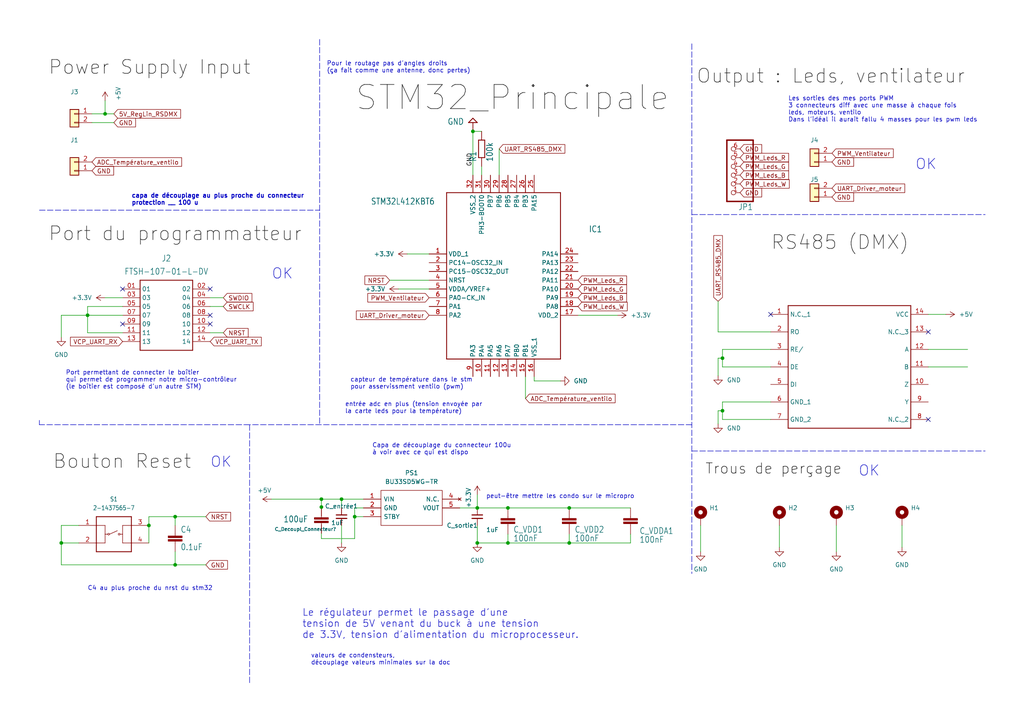
<source format=kicad_sch>
(kicad_sch (version 20211123) (generator eeschema)

  (uuid 614a4307-851d-4fcf-9529-b511f9655533)

  (paper "A4")

  (title_block
    (title "PROJET PROJECTEUR LEDS")
    (date "08/11/2022")
    (company "ENSEA")
  )

  (lib_symbols
    (symbol "BU33SD5WG-TR:BU33SD5WG-TR" (pin_names (offset 0.762)) (in_bom yes) (on_board yes)
      (property "Reference" "PS" (id 0) (at 24.13 7.62 0)
        (effects (font (size 1.27 1.27)) (justify left))
      )
      (property "Value" "BU33SD5WG-TR" (id 1) (at 24.13 5.08 0)
        (effects (font (size 1.27 1.27)) (justify left))
      )
      (property "Footprint" "SOT95P280X125-5N" (id 2) (at 24.13 2.54 0)
        (effects (font (size 1.27 1.27)) (justify left) hide)
      )
      (property "Datasheet" "https://componentsearchengine.com/Datasheets/1/BU33SD5WG-TR.pdf" (id 3) (at 24.13 0 0)
        (effects (font (size 1.27 1.27)) (justify left) hide)
      )
      (property "Description" "LDO regulator,3.3V,0.5A,standby,SSOP5 ROHM BU33SD5WG-TR, LDO Voltage Regulator, 0.5A, 3.3 V +/-2%, 1.7  6 Vin, 5-Pin SSOP" (id 4) (at 24.13 -2.54 0)
        (effects (font (size 1.27 1.27)) (justify left) hide)
      )
      (property "Height" "1.25" (id 5) (at 24.13 -5.08 0)
        (effects (font (size 1.27 1.27)) (justify left) hide)
      )
      (property "Mouser Part Number" "755-BU33SD5WG-TR" (id 6) (at 24.13 -7.62 0)
        (effects (font (size 1.27 1.27)) (justify left) hide)
      )
      (property "Mouser Price/Stock" "https://www.mouser.co.uk/ProductDetail/ROHM-Semiconductor/BU33SD5WG-TR?qs=%2FKR40Cd6GUrQDzRkUEt69Q%3D%3D" (id 7) (at 24.13 -10.16 0)
        (effects (font (size 1.27 1.27)) (justify left) hide)
      )
      (property "Manufacturer_Name" "ROHM Semiconductor" (id 8) (at 24.13 -12.7 0)
        (effects (font (size 1.27 1.27)) (justify left) hide)
      )
      (property "Manufacturer_Part_Number" "BU33SD5WG-TR" (id 9) (at 24.13 -15.24 0)
        (effects (font (size 1.27 1.27)) (justify left) hide)
      )
      (property "ki_description" "LDO regulator,3.3V,0.5A,standby,SSOP5 ROHM BU33SD5WG-TR, LDO Voltage Regulator, 0.5A, 3.3 V +/-2%, 1.7  6 Vin, 5-Pin SSOP" (id 10) (at 0 0 0)
        (effects (font (size 1.27 1.27)) hide)
      )
      (symbol "BU33SD5WG-TR_0_0"
        (pin passive line (at 0 0 0) (length 5.08)
          (name "VIN" (effects (font (size 1.27 1.27))))
          (number "1" (effects (font (size 1.27 1.27))))
        )
        (pin passive line (at 0 -2.54 0) (length 5.08)
          (name "GND" (effects (font (size 1.27 1.27))))
          (number "2" (effects (font (size 1.27 1.27))))
        )
        (pin passive line (at 0 -5.08 0) (length 5.08)
          (name "STBY" (effects (font (size 1.27 1.27))))
          (number "3" (effects (font (size 1.27 1.27))))
        )
        (pin no_connect line (at 27.94 0 180) (length 5.08)
          (name "N.C." (effects (font (size 1.27 1.27))))
          (number "4" (effects (font (size 1.27 1.27))))
        )
        (pin passive line (at 27.94 -2.54 180) (length 5.08)
          (name "VOUT" (effects (font (size 1.27 1.27))))
          (number "5" (effects (font (size 1.27 1.27))))
        )
      )
      (symbol "BU33SD5WG-TR_0_1"
        (polyline
          (pts
            (xy 5.08 2.54)
            (xy 22.86 2.54)
            (xy 22.86 -7.62)
            (xy 5.08 -7.62)
            (xy 5.08 2.54)
          )
          (stroke (width 0.1524) (type default) (color 0 0 0 0))
          (fill (type none))
        )
      )
    )
    (symbol "Connector_Generic:Conn_01x02" (pin_names (offset 1.016) hide) (in_bom yes) (on_board yes)
      (property "Reference" "J" (id 0) (at 0 2.54 0)
        (effects (font (size 1.27 1.27)))
      )
      (property "Value" "Conn_01x02" (id 1) (at 0 -5.08 0)
        (effects (font (size 1.27 1.27)))
      )
      (property "Footprint" "" (id 2) (at 0 0 0)
        (effects (font (size 1.27 1.27)) hide)
      )
      (property "Datasheet" "~" (id 3) (at 0 0 0)
        (effects (font (size 1.27 1.27)) hide)
      )
      (property "ki_keywords" "connector" (id 4) (at 0 0 0)
        (effects (font (size 1.27 1.27)) hide)
      )
      (property "ki_description" "Generic connector, single row, 01x02, script generated (kicad-library-utils/schlib/autogen/connector/)" (id 5) (at 0 0 0)
        (effects (font (size 1.27 1.27)) hide)
      )
      (property "ki_fp_filters" "Connector*:*_1x??_*" (id 6) (at 0 0 0)
        (effects (font (size 1.27 1.27)) hide)
      )
      (symbol "Conn_01x02_1_1"
        (rectangle (start -1.27 -2.413) (end 0 -2.667)
          (stroke (width 0.1524) (type default) (color 0 0 0 0))
          (fill (type none))
        )
        (rectangle (start -1.27 0.127) (end 0 -0.127)
          (stroke (width 0.1524) (type default) (color 0 0 0 0))
          (fill (type none))
        )
        (rectangle (start -1.27 1.27) (end 1.27 -3.81)
          (stroke (width 0.254) (type default) (color 0 0 0 0))
          (fill (type background))
        )
        (pin passive line (at -5.08 0 0) (length 3.81)
          (name "Pin_1" (effects (font (size 1.27 1.27))))
          (number "1" (effects (font (size 1.27 1.27))))
        )
        (pin passive line (at -5.08 -2.54 0) (length 3.81)
          (name "Pin_2" (effects (font (size 1.27 1.27))))
          (number "2" (effects (font (size 1.27 1.27))))
        )
      )
    )
    (symbol "Device:C_Small" (pin_numbers hide) (pin_names (offset 0.254) hide) (in_bom yes) (on_board yes)
      (property "Reference" "C" (id 0) (at 0.254 1.778 0)
        (effects (font (size 1.27 1.27)) (justify left))
      )
      (property "Value" "C_Small" (id 1) (at 0.254 -2.032 0)
        (effects (font (size 1.27 1.27)) (justify left))
      )
      (property "Footprint" "" (id 2) (at 0 0 0)
        (effects (font (size 1.27 1.27)) hide)
      )
      (property "Datasheet" "~" (id 3) (at 0 0 0)
        (effects (font (size 1.27 1.27)) hide)
      )
      (property "ki_keywords" "capacitor cap" (id 4) (at 0 0 0)
        (effects (font (size 1.27 1.27)) hide)
      )
      (property "ki_description" "Unpolarized capacitor, small symbol" (id 5) (at 0 0 0)
        (effects (font (size 1.27 1.27)) hide)
      )
      (property "ki_fp_filters" "C_*" (id 6) (at 0 0 0)
        (effects (font (size 1.27 1.27)) hide)
      )
      (symbol "C_Small_0_1"
        (polyline
          (pts
            (xy -1.524 -0.508)
            (xy 1.524 -0.508)
          )
          (stroke (width 0.3302) (type default) (color 0 0 0 0))
          (fill (type none))
        )
        (polyline
          (pts
            (xy -1.524 0.508)
            (xy 1.524 0.508)
          )
          (stroke (width 0.3048) (type default) (color 0 0 0 0))
          (fill (type none))
        )
      )
      (symbol "C_Small_1_1"
        (pin passive line (at 0 2.54 270) (length 2.032)
          (name "~" (effects (font (size 1.27 1.27))))
          (number "1" (effects (font (size 1.27 1.27))))
        )
        (pin passive line (at 0 -2.54 90) (length 2.032)
          (name "~" (effects (font (size 1.27 1.27))))
          (number "2" (effects (font (size 1.27 1.27))))
        )
      )
    )
    (symbol "Mechanical:MountingHole_Pad" (pin_numbers hide) (pin_names (offset 1.016) hide) (in_bom yes) (on_board yes)
      (property "Reference" "H" (id 0) (at 0 6.35 0)
        (effects (font (size 1.27 1.27)))
      )
      (property "Value" "MountingHole_Pad" (id 1) (at 0 4.445 0)
        (effects (font (size 1.27 1.27)))
      )
      (property "Footprint" "" (id 2) (at 0 0 0)
        (effects (font (size 1.27 1.27)) hide)
      )
      (property "Datasheet" "~" (id 3) (at 0 0 0)
        (effects (font (size 1.27 1.27)) hide)
      )
      (property "ki_keywords" "mounting hole" (id 4) (at 0 0 0)
        (effects (font (size 1.27 1.27)) hide)
      )
      (property "ki_description" "Mounting Hole with connection" (id 5) (at 0 0 0)
        (effects (font (size 1.27 1.27)) hide)
      )
      (property "ki_fp_filters" "MountingHole*Pad*" (id 6) (at 0 0 0)
        (effects (font (size 1.27 1.27)) hide)
      )
      (symbol "MountingHole_Pad_0_1"
        (circle (center 0 1.27) (radius 1.27)
          (stroke (width 1.27) (type default) (color 0 0 0 0))
          (fill (type none))
        )
      )
      (symbol "MountingHole_Pad_1_1"
        (pin input line (at 0 -2.54 90) (length 2.54)
          (name "1" (effects (font (size 1.27 1.27))))
          (number "1" (effects (font (size 1.27 1.27))))
        )
      )
    )
    (symbol "ProjetENSEA:2-1437565-7" (in_bom yes) (on_board yes)
      (property "Reference" "S" (id 0) (at -4.5754 5.5921 0)
        (effects (font (size 1.2709 1.0802)) (justify left bottom))
      )
      (property "Value" "2-1437565-7" (id 1) (at -5.0893 -6.8706 0)
        (effects (font (size 1.2723 1.0814)) (justify left bottom))
      )
      (property "Footprint" "stm32l021:SW_2-1437565-7" (id 2) (at 0 0 0)
        (effects (font (size 1.27 1.27)) hide)
      )
      (property "Datasheet" "" (id 3) (at 0 0 0)
        (effects (font (size 1.27 1.27)) hide)
      )
      (property "ki_locked" "" (id 4) (at 0 0 0)
        (effects (font (size 1.27 1.27)))
      )
      (symbol "2-1437565-7_1_0"
        (circle (center -1.524 0) (radius 0.254)
          (stroke (width 0.1524) (type default) (color 0 0 0 0))
          (fill (type none))
        )
        (polyline
          (pts
            (xy -5.08 -5.08)
            (xy -5.08 -2.54)
          )
          (stroke (width 0.254) (type default) (color 0 0 0 0))
          (fill (type none))
        )
        (polyline
          (pts
            (xy -5.08 -2.54)
            (xy -5.08 2.54)
          )
          (stroke (width 0.254) (type default) (color 0 0 0 0))
          (fill (type none))
        )
        (polyline
          (pts
            (xy -5.08 2.54)
            (xy -5.08 5.08)
          )
          (stroke (width 0.254) (type default) (color 0 0 0 0))
          (fill (type none))
        )
        (polyline
          (pts
            (xy -5.08 2.54)
            (xy -2.54 2.54)
          )
          (stroke (width 0.1524) (type default) (color 0 0 0 0))
          (fill (type none))
        )
        (polyline
          (pts
            (xy -5.08 5.08)
            (xy 5.08 5.08)
          )
          (stroke (width 0.254) (type default) (color 0 0 0 0))
          (fill (type none))
        )
        (polyline
          (pts
            (xy -2.54 -2.54)
            (xy -5.08 -2.54)
          )
          (stroke (width 0.1524) (type default) (color 0 0 0 0))
          (fill (type none))
        )
        (polyline
          (pts
            (xy -2.54 0)
            (xy -2.54 -2.54)
          )
          (stroke (width 0.1524) (type default) (color 0 0 0 0))
          (fill (type none))
        )
        (polyline
          (pts
            (xy -2.54 0)
            (xy -1.778 0)
          )
          (stroke (width 0.1524) (type default) (color 0 0 0 0))
          (fill (type none))
        )
        (polyline
          (pts
            (xy -2.54 2.54)
            (xy -2.54 0)
          )
          (stroke (width 0.1524) (type default) (color 0 0 0 0))
          (fill (type none))
        )
        (polyline
          (pts
            (xy -1.27 0)
            (xy 1.016 1.016)
          )
          (stroke (width 0.1524) (type default) (color 0 0 0 0))
          (fill (type none))
        )
        (polyline
          (pts
            (xy 2.54 -2.54)
            (xy 5.08 -2.54)
          )
          (stroke (width 0.1524) (type default) (color 0 0 0 0))
          (fill (type none))
        )
        (polyline
          (pts
            (xy 2.54 0)
            (xy 1.778 0)
          )
          (stroke (width 0.1524) (type default) (color 0 0 0 0))
          (fill (type none))
        )
        (polyline
          (pts
            (xy 2.54 0)
            (xy 2.54 -2.54)
          )
          (stroke (width 0.1524) (type default) (color 0 0 0 0))
          (fill (type none))
        )
        (polyline
          (pts
            (xy 2.54 2.54)
            (xy 2.54 0)
          )
          (stroke (width 0.1524) (type default) (color 0 0 0 0))
          (fill (type none))
        )
        (polyline
          (pts
            (xy 5.08 -5.08)
            (xy -5.08 -5.08)
          )
          (stroke (width 0.254) (type default) (color 0 0 0 0))
          (fill (type none))
        )
        (polyline
          (pts
            (xy 5.08 -2.54)
            (xy 5.08 -5.08)
          )
          (stroke (width 0.254) (type default) (color 0 0 0 0))
          (fill (type none))
        )
        (polyline
          (pts
            (xy 5.08 2.54)
            (xy 2.54 2.54)
          )
          (stroke (width 0.1524) (type default) (color 0 0 0 0))
          (fill (type none))
        )
        (polyline
          (pts
            (xy 5.08 2.54)
            (xy 5.08 -2.54)
          )
          (stroke (width 0.254) (type default) (color 0 0 0 0))
          (fill (type none))
        )
        (polyline
          (pts
            (xy 5.08 5.08)
            (xy 5.08 2.54)
          )
          (stroke (width 0.254) (type default) (color 0 0 0 0))
          (fill (type none))
        )
        (circle (center 1.524 0) (radius 0.254)
          (stroke (width 0.1524) (type default) (color 0 0 0 0))
          (fill (type none))
        )
        (pin passive line (at -10.16 2.54 0) (length 5.08)
          (name "1" (effects (font (size 0 0))))
          (number "1" (effects (font (size 1.27 1.27))))
        )
        (pin passive line (at -10.16 -2.54 0) (length 5.08)
          (name "2" (effects (font (size 0 0))))
          (number "2" (effects (font (size 1.27 1.27))))
        )
        (pin passive line (at 10.16 2.54 180) (length 5.08)
          (name "3" (effects (font (size 0 0))))
          (number "3" (effects (font (size 1.27 1.27))))
        )
        (pin passive line (at 10.16 -2.54 180) (length 5.08)
          (name "4" (effects (font (size 0 0))))
          (number "4" (effects (font (size 1.27 1.27))))
        )
      )
    )
    (symbol "ProjetENSEA:FTSH-107-01-L-DV" (in_bom yes) (on_board yes)
      (property "Reference" "J" (id 0) (at -8.12 10.16 0)
        (effects (font (size 1.778 1.5113)) (justify left bottom))
      )
      (property "Value" "FTSH-107-01-L-DV" (id 1) (at -7.62 -12.7 0)
        (effects (font (size 1.778 1.5113)) (justify left bottom))
      )
      (property "Footprint" "stm32l021:SAMTEC_FTSH-107-01-L-DV" (id 2) (at 0 0 0)
        (effects (font (size 1.27 1.27)) hide)
      )
      (property "Datasheet" "" (id 3) (at 0 0 0)
        (effects (font (size 1.27 1.27)) hide)
      )
      (property "ki_locked" "" (id 4) (at 0 0 0)
        (effects (font (size 1.27 1.27)))
      )
      (symbol "FTSH-107-01-L-DV_1_0"
        (polyline
          (pts
            (xy -7.62 -10.16)
            (xy -7.62 10.16)
          )
          (stroke (width 0.254) (type default) (color 0 0 0 0))
          (fill (type none))
        )
        (polyline
          (pts
            (xy -7.62 10.16)
            (xy 7.62 10.16)
          )
          (stroke (width 0.254) (type default) (color 0 0 0 0))
          (fill (type none))
        )
        (polyline
          (pts
            (xy 7.62 -10.16)
            (xy -7.62 -10.16)
          )
          (stroke (width 0.254) (type default) (color 0 0 0 0))
          (fill (type none))
        )
        (polyline
          (pts
            (xy 7.62 10.16)
            (xy 7.62 -10.16)
          )
          (stroke (width 0.254) (type default) (color 0 0 0 0))
          (fill (type none))
        )
        (pin passive line (at -12.7 7.62 0) (length 5.08)
          (name "01" (effects (font (size 1.27 1.27))))
          (number "01" (effects (font (size 1.27 1.27))))
        )
        (pin passive line (at 12.7 7.62 180) (length 5.08)
          (name "02" (effects (font (size 1.27 1.27))))
          (number "02" (effects (font (size 1.27 1.27))))
        )
        (pin passive line (at -12.7 5.08 0) (length 5.08)
          (name "03" (effects (font (size 1.27 1.27))))
          (number "03" (effects (font (size 1.27 1.27))))
        )
        (pin passive line (at 12.7 5.08 180) (length 5.08)
          (name "04" (effects (font (size 1.27 1.27))))
          (number "04" (effects (font (size 1.27 1.27))))
        )
        (pin passive line (at -12.7 2.54 0) (length 5.08)
          (name "05" (effects (font (size 1.27 1.27))))
          (number "05" (effects (font (size 1.27 1.27))))
        )
        (pin passive line (at 12.7 2.54 180) (length 5.08)
          (name "06" (effects (font (size 1.27 1.27))))
          (number "06" (effects (font (size 1.27 1.27))))
        )
        (pin passive line (at -12.7 0 0) (length 5.08)
          (name "07" (effects (font (size 1.27 1.27))))
          (number "07" (effects (font (size 1.27 1.27))))
        )
        (pin passive line (at 12.7 0 180) (length 5.08)
          (name "08" (effects (font (size 1.27 1.27))))
          (number "08" (effects (font (size 1.27 1.27))))
        )
        (pin passive line (at -12.7 -2.54 0) (length 5.08)
          (name "09" (effects (font (size 1.27 1.27))))
          (number "09" (effects (font (size 1.27 1.27))))
        )
        (pin passive line (at 12.7 -2.54 180) (length 5.08)
          (name "10" (effects (font (size 1.27 1.27))))
          (number "10" (effects (font (size 1.27 1.27))))
        )
        (pin passive line (at -12.7 -5.08 0) (length 5.08)
          (name "11" (effects (font (size 1.27 1.27))))
          (number "11" (effects (font (size 1.27 1.27))))
        )
        (pin passive line (at 12.7 -5.08 180) (length 5.08)
          (name "12" (effects (font (size 1.27 1.27))))
          (number "12" (effects (font (size 1.27 1.27))))
        )
        (pin passive line (at -12.7 -7.62 0) (length 5.08)
          (name "13" (effects (font (size 1.27 1.27))))
          (number "13" (effects (font (size 1.27 1.27))))
        )
        (pin passive line (at 12.7 -7.62 180) (length 5.08)
          (name "14" (effects (font (size 1.27 1.27))))
          (number "14" (effects (font (size 1.27 1.27))))
        )
      )
    )
    (symbol "ProjetENSEA:SOIC127P600X175-14N" (in_bom yes) (on_board yes)
      (property "Reference" "U1" (id 0) (at 0 0 0)
        (effects (font (size 1.27 1.27)) hide)
      )
      (property "Value" "SOIC127P600X175-14N" (id 1) (at 2.54 -6.35 0)
        (effects (font (size 1.27 1.27)) hide)
      )
      (property "Footprint" "stm32l021:SOIC127P600X175-14N" (id 2) (at 2.54 20.32 0)
        (effects (font (size 1.27 1.27)) hide)
      )
      (property "Datasheet" "" (id 3) (at 0 0 0)
        (effects (font (size 1.27 1.27)) hide)
      )
      (property "ki_locked" "" (id 4) (at 0 0 0)
        (effects (font (size 1.27 1.27)))
      )
      (symbol "SOIC127P600X175-14N_1_0"
        (polyline
          (pts
            (xy -15.24 -17.78)
            (xy 20.32 -17.78)
          )
          (stroke (width 0.254) (type default) (color 0 0 0 0))
          (fill (type none))
        )
        (polyline
          (pts
            (xy -15.24 17.78)
            (xy -15.24 -17.78)
          )
          (stroke (width 0.254) (type default) (color 0 0 0 0))
          (fill (type none))
        )
        (polyline
          (pts
            (xy 20.32 -17.78)
            (xy 20.32 17.78)
          )
          (stroke (width 0.254) (type default) (color 0 0 0 0))
          (fill (type none))
        )
        (polyline
          (pts
            (xy 20.32 17.78)
            (xy -15.24 17.78)
          )
          (stroke (width 0.254) (type default) (color 0 0 0 0))
          (fill (type none))
        )
        (pin bidirectional line (at -20.32 15.24 0) (length 5.08)
          (name "N.C._1" (effects (font (size 1.27 1.27))))
          (number "1" (effects (font (size 1.27 1.27))))
        )
        (pin bidirectional line (at 25.4 -5.08 180) (length 5.08)
          (name "Z" (effects (font (size 1.27 1.27))))
          (number "10" (effects (font (size 1.27 1.27))))
        )
        (pin bidirectional line (at 25.4 0 180) (length 5.08)
          (name "B" (effects (font (size 1.27 1.27))))
          (number "11" (effects (font (size 1.27 1.27))))
        )
        (pin bidirectional line (at 25.4 5.08 180) (length 5.08)
          (name "A" (effects (font (size 1.27 1.27))))
          (number "12" (effects (font (size 1.27 1.27))))
        )
        (pin bidirectional line (at 25.4 10.16 180) (length 5.08)
          (name "N.C._3" (effects (font (size 1.27 1.27))))
          (number "13" (effects (font (size 1.27 1.27))))
        )
        (pin bidirectional line (at 25.4 15.24 180) (length 5.08)
          (name "VCC" (effects (font (size 1.27 1.27))))
          (number "14" (effects (font (size 1.27 1.27))))
        )
        (pin bidirectional line (at -20.32 10.16 0) (length 5.08)
          (name "RO" (effects (font (size 1.27 1.27))))
          (number "2" (effects (font (size 1.27 1.27))))
        )
        (pin bidirectional line (at -20.32 5.08 0) (length 5.08)
          (name "RE/" (effects (font (size 1.27 1.27))))
          (number "3" (effects (font (size 1.27 1.27))))
        )
        (pin bidirectional line (at -20.32 0 0) (length 5.08)
          (name "DE" (effects (font (size 1.27 1.27))))
          (number "4" (effects (font (size 1.27 1.27))))
        )
        (pin bidirectional line (at -20.32 -5.08 0) (length 5.08)
          (name "DI" (effects (font (size 1.27 1.27))))
          (number "5" (effects (font (size 1.27 1.27))))
        )
        (pin bidirectional line (at -20.32 -10.16 0) (length 5.08)
          (name "GND_1" (effects (font (size 1.27 1.27))))
          (number "6" (effects (font (size 1.27 1.27))))
        )
        (pin bidirectional line (at -20.32 -15.24 0) (length 5.08)
          (name "GND_2" (effects (font (size 1.27 1.27))))
          (number "7" (effects (font (size 1.27 1.27))))
        )
        (pin bidirectional line (at 25.4 -15.24 180) (length 5.08)
          (name "N.C._2" (effects (font (size 1.27 1.27))))
          (number "8" (effects (font (size 1.27 1.27))))
        )
        (pin bidirectional line (at 25.4 -10.16 180) (length 5.08)
          (name "Y" (effects (font (size 1.27 1.27))))
          (number "9" (effects (font (size 1.27 1.27))))
        )
      )
    )
    (symbol "power:+3.3V" (power) (pin_names (offset 0)) (in_bom yes) (on_board yes)
      (property "Reference" "#PWR" (id 0) (at 0 -3.81 0)
        (effects (font (size 1.27 1.27)) hide)
      )
      (property "Value" "+3.3V" (id 1) (at 0 3.556 0)
        (effects (font (size 1.27 1.27)))
      )
      (property "Footprint" "" (id 2) (at 0 0 0)
        (effects (font (size 1.27 1.27)) hide)
      )
      (property "Datasheet" "" (id 3) (at 0 0 0)
        (effects (font (size 1.27 1.27)) hide)
      )
      (property "ki_keywords" "power-flag" (id 4) (at 0 0 0)
        (effects (font (size 1.27 1.27)) hide)
      )
      (property "ki_description" "Power symbol creates a global label with name \"+3.3V\"" (id 5) (at 0 0 0)
        (effects (font (size 1.27 1.27)) hide)
      )
      (symbol "+3.3V_0_1"
        (polyline
          (pts
            (xy -0.762 1.27)
            (xy 0 2.54)
          )
          (stroke (width 0) (type default) (color 0 0 0 0))
          (fill (type none))
        )
        (polyline
          (pts
            (xy 0 0)
            (xy 0 2.54)
          )
          (stroke (width 0) (type default) (color 0 0 0 0))
          (fill (type none))
        )
        (polyline
          (pts
            (xy 0 2.54)
            (xy 0.762 1.27)
          )
          (stroke (width 0) (type default) (color 0 0 0 0))
          (fill (type none))
        )
      )
      (symbol "+3.3V_1_1"
        (pin power_in line (at 0 0 90) (length 0) hide
          (name "+3.3V" (effects (font (size 1.27 1.27))))
          (number "1" (effects (font (size 1.27 1.27))))
        )
      )
    )
    (symbol "power:+5V" (power) (pin_names (offset 0)) (in_bom yes) (on_board yes)
      (property "Reference" "#PWR" (id 0) (at 0 -3.81 0)
        (effects (font (size 1.27 1.27)) hide)
      )
      (property "Value" "+5V" (id 1) (at 0 3.556 0)
        (effects (font (size 1.27 1.27)))
      )
      (property "Footprint" "" (id 2) (at 0 0 0)
        (effects (font (size 1.27 1.27)) hide)
      )
      (property "Datasheet" "" (id 3) (at 0 0 0)
        (effects (font (size 1.27 1.27)) hide)
      )
      (property "ki_keywords" "power-flag" (id 4) (at 0 0 0)
        (effects (font (size 1.27 1.27)) hide)
      )
      (property "ki_description" "Power symbol creates a global label with name \"+5V\"" (id 5) (at 0 0 0)
        (effects (font (size 1.27 1.27)) hide)
      )
      (symbol "+5V_0_1"
        (polyline
          (pts
            (xy -0.762 1.27)
            (xy 0 2.54)
          )
          (stroke (width 0) (type default) (color 0 0 0 0))
          (fill (type none))
        )
        (polyline
          (pts
            (xy 0 0)
            (xy 0 2.54)
          )
          (stroke (width 0) (type default) (color 0 0 0 0))
          (fill (type none))
        )
        (polyline
          (pts
            (xy 0 2.54)
            (xy 0.762 1.27)
          )
          (stroke (width 0) (type default) (color 0 0 0 0))
          (fill (type none))
        )
      )
      (symbol "+5V_1_1"
        (pin power_in line (at 0 0 90) (length 0) hide
          (name "+5V" (effects (font (size 1.27 1.27))))
          (number "1" (effects (font (size 1.27 1.27))))
        )
      )
    )
    (symbol "power:GND" (power) (pin_names (offset 0)) (in_bom yes) (on_board yes)
      (property "Reference" "#PWR" (id 0) (at 0 -6.35 0)
        (effects (font (size 1.27 1.27)) hide)
      )
      (property "Value" "GND" (id 1) (at 0 -3.81 0)
        (effects (font (size 1.27 1.27)))
      )
      (property "Footprint" "" (id 2) (at 0 0 0)
        (effects (font (size 1.27 1.27)) hide)
      )
      (property "Datasheet" "" (id 3) (at 0 0 0)
        (effects (font (size 1.27 1.27)) hide)
      )
      (property "ki_keywords" "power-flag" (id 4) (at 0 0 0)
        (effects (font (size 1.27 1.27)) hide)
      )
      (property "ki_description" "Power symbol creates a global label with name \"GND\" , ground" (id 5) (at 0 0 0)
        (effects (font (size 1.27 1.27)) hide)
      )
      (symbol "GND_0_1"
        (polyline
          (pts
            (xy 0 0)
            (xy 0 -1.27)
            (xy 1.27 -1.27)
            (xy 0 -2.54)
            (xy -1.27 -1.27)
            (xy 0 -1.27)
          )
          (stroke (width 0) (type default) (color 0 0 0 0))
          (fill (type none))
        )
      )
      (symbol "GND_1_1"
        (pin power_in line (at 0 0 270) (length 0) hide
          (name "GND" (effects (font (size 1.27 1.27))))
          (number "1" (effects (font (size 1.27 1.27))))
        )
      )
    )
    (symbol "projetENSEA:STM32L412KBT6" (in_bom yes) (on_board yes)
      (property "Reference" "IC" (id 0) (at 39.37 22.86 0)
        (effects (font (size 1.778 1.5113)) (justify left))
      )
      (property "Value" "STM32L412KBT6" (id 1) (at 39.37 20.32 0)
        (effects (font (size 1.778 1.5113)) (justify left))
      )
      (property "Footprint" "stm32l021:QFP80P900X900X160-32N" (id 2) (at 0 0 0)
        (effects (font (size 1.27 1.27)) hide)
      )
      (property "Datasheet" "" (id 3) (at 0 0 0)
        (effects (font (size 1.27 1.27)) hide)
      )
      (property "ki_locked" "" (id 4) (at 0 0 0)
        (effects (font (size 1.27 1.27)))
      )
      (symbol "STM32L412KBT6_1_0"
        (polyline
          (pts
            (xy 5.08 17.78)
            (xy 5.08 -30.48)
          )
          (stroke (width 0.254) (type default) (color 0 0 0 0))
          (fill (type none))
        )
        (polyline
          (pts
            (xy 5.08 17.78)
            (xy 38.1 17.78)
          )
          (stroke (width 0.254) (type default) (color 0 0 0 0))
          (fill (type none))
        )
        (polyline
          (pts
            (xy 38.1 -30.48)
            (xy 5.08 -30.48)
          )
          (stroke (width 0.254) (type default) (color 0 0 0 0))
          (fill (type none))
        )
        (polyline
          (pts
            (xy 38.1 -30.48)
            (xy 38.1 17.78)
          )
          (stroke (width 0.254) (type default) (color 0 0 0 0))
          (fill (type none))
        )
        (pin power_in line (at 0 0 0) (length 5.08)
          (name "VDD_1" (effects (font (size 1.27 1.27))))
          (number "1" (effects (font (size 1.27 1.27))))
        )
        (pin bidirectional line (at 15.24 -35.56 90) (length 5.08)
          (name "PA4" (effects (font (size 1.27 1.27))))
          (number "10" (effects (font (size 1.27 1.27))))
        )
        (pin bidirectional line (at 17.78 -35.56 90) (length 5.08)
          (name "PA5" (effects (font (size 1.27 1.27))))
          (number "11" (effects (font (size 1.27 1.27))))
        )
        (pin bidirectional line (at 20.32 -35.56 90) (length 5.08)
          (name "PA6" (effects (font (size 1.27 1.27))))
          (number "12" (effects (font (size 1.27 1.27))))
        )
        (pin bidirectional line (at 22.86 -35.56 90) (length 5.08)
          (name "PA7" (effects (font (size 1.27 1.27))))
          (number "13" (effects (font (size 1.27 1.27))))
        )
        (pin bidirectional line (at 25.4 -35.56 90) (length 5.08)
          (name "PB0" (effects (font (size 1.27 1.27))))
          (number "14" (effects (font (size 1.27 1.27))))
        )
        (pin bidirectional line (at 27.94 -35.56 90) (length 5.08)
          (name "PB1" (effects (font (size 1.27 1.27))))
          (number "15" (effects (font (size 1.27 1.27))))
        )
        (pin power_in line (at 30.48 -35.56 90) (length 5.08)
          (name "VSS_1" (effects (font (size 1.27 1.27))))
          (number "16" (effects (font (size 1.27 1.27))))
        )
        (pin power_in line (at 43.18 -17.78 180) (length 5.08)
          (name "VDD_2" (effects (font (size 1.27 1.27))))
          (number "17" (effects (font (size 1.27 1.27))))
        )
        (pin bidirectional line (at 43.18 -15.24 180) (length 5.08)
          (name "PA8" (effects (font (size 1.27 1.27))))
          (number "18" (effects (font (size 1.27 1.27))))
        )
        (pin bidirectional line (at 43.18 -12.7 180) (length 5.08)
          (name "PA9" (effects (font (size 1.27 1.27))))
          (number "19" (effects (font (size 1.27 1.27))))
        )
        (pin bidirectional line (at 0 -2.54 0) (length 5.08)
          (name "PC14-OSC32_IN" (effects (font (size 1.27 1.27))))
          (number "2" (effects (font (size 1.27 1.27))))
        )
        (pin bidirectional line (at 43.18 -10.16 180) (length 5.08)
          (name "PA10" (effects (font (size 1.27 1.27))))
          (number "20" (effects (font (size 1.27 1.27))))
        )
        (pin bidirectional line (at 43.18 -7.62 180) (length 5.08)
          (name "PA11" (effects (font (size 1.27 1.27))))
          (number "21" (effects (font (size 1.27 1.27))))
        )
        (pin bidirectional line (at 43.18 -5.08 180) (length 5.08)
          (name "PA12" (effects (font (size 1.27 1.27))))
          (number "22" (effects (font (size 1.27 1.27))))
        )
        (pin bidirectional line (at 43.18 -2.54 180) (length 5.08)
          (name "PA13" (effects (font (size 1.27 1.27))))
          (number "23" (effects (font (size 1.27 1.27))))
        )
        (pin bidirectional line (at 43.18 0 180) (length 5.08)
          (name "PA14" (effects (font (size 1.27 1.27))))
          (number "24" (effects (font (size 1.27 1.27))))
        )
        (pin bidirectional line (at 30.48 22.86 270) (length 5.08)
          (name "PA15" (effects (font (size 1.27 1.27))))
          (number "25" (effects (font (size 1.27 1.27))))
        )
        (pin bidirectional line (at 27.94 22.86 270) (length 5.08)
          (name "PB3" (effects (font (size 1.27 1.27))))
          (number "26" (effects (font (size 1.27 1.27))))
        )
        (pin bidirectional line (at 25.4 22.86 270) (length 5.08)
          (name "PB4" (effects (font (size 1.27 1.27))))
          (number "27" (effects (font (size 1.27 1.27))))
        )
        (pin bidirectional line (at 22.86 22.86 270) (length 5.08)
          (name "PB5" (effects (font (size 1.27 1.27))))
          (number "28" (effects (font (size 1.27 1.27))))
        )
        (pin bidirectional line (at 20.32 22.86 270) (length 5.08)
          (name "PB6" (effects (font (size 1.27 1.27))))
          (number "29" (effects (font (size 1.27 1.27))))
        )
        (pin bidirectional line (at 0 -5.08 0) (length 5.08)
          (name "PC15-OSC32_OUT" (effects (font (size 1.27 1.27))))
          (number "3" (effects (font (size 1.27 1.27))))
        )
        (pin bidirectional line (at 17.78 22.86 270) (length 5.08)
          (name "PB7" (effects (font (size 1.27 1.27))))
          (number "30" (effects (font (size 1.27 1.27))))
        )
        (pin bidirectional line (at 15.24 22.86 270) (length 5.08)
          (name "PH3-BOOT0" (effects (font (size 1.27 1.27))))
          (number "31" (effects (font (size 1.27 1.27))))
        )
        (pin power_in line (at 12.7 22.86 270) (length 5.08)
          (name "VSS_2" (effects (font (size 1.27 1.27))))
          (number "32" (effects (font (size 1.27 1.27))))
        )
        (pin input line (at 0 -7.62 0) (length 5.08)
          (name "NRST" (effects (font (size 1.27 1.27))))
          (number "4" (effects (font (size 1.27 1.27))))
        )
        (pin power_in line (at 0 -10.16 0) (length 5.08)
          (name "VDDA/VREF+" (effects (font (size 1.27 1.27))))
          (number "5" (effects (font (size 1.27 1.27))))
        )
        (pin bidirectional line (at 0 -12.7 0) (length 5.08)
          (name "PA0-CK_IN" (effects (font (size 1.27 1.27))))
          (number "6" (effects (font (size 1.27 1.27))))
        )
        (pin bidirectional line (at 0 -15.24 0) (length 5.08)
          (name "PA1" (effects (font (size 1.27 1.27))))
          (number "7" (effects (font (size 1.27 1.27))))
        )
        (pin bidirectional line (at 0 -17.78 0) (length 5.08)
          (name "PA2" (effects (font (size 1.27 1.27))))
          (number "8" (effects (font (size 1.27 1.27))))
        )
        (pin bidirectional line (at 12.7 -35.56 90) (length 5.08)
          (name "PA3" (effects (font (size 1.27 1.27))))
          (number "9" (effects (font (size 1.27 1.27))))
        )
      )
    )
    (symbol "stm32l021-eagle-import:C-EUC0603" (in_bom yes) (on_board yes)
      (property "Reference" "C" (id 0) (at 1.524 0.381 0)
        (effects (font (size 1.778 1.5113)) (justify left bottom))
      )
      (property "Value" "C-EUC0603" (id 1) (at 1.524 -4.699 0)
        (effects (font (size 1.778 1.5113)) (justify left bottom))
      )
      (property "Footprint" "stm32l021:C0603" (id 2) (at 0 0 0)
        (effects (font (size 1.27 1.27)) hide)
      )
      (property "Datasheet" "" (id 3) (at 0 0 0)
        (effects (font (size 1.27 1.27)) hide)
      )
      (property "ki_locked" "" (id 4) (at 0 0 0)
        (effects (font (size 1.27 1.27)))
      )
      (symbol "C-EUC0603_1_0"
        (rectangle (start -2.032 -2.032) (end 2.032 -1.524)
          (stroke (width 0) (type default) (color 0 0 0 0))
          (fill (type outline))
        )
        (rectangle (start -2.032 -1.016) (end 2.032 -0.508)
          (stroke (width 0) (type default) (color 0 0 0 0))
          (fill (type outline))
        )
        (polyline
          (pts
            (xy 0 -2.54)
            (xy 0 -2.032)
          )
          (stroke (width 0.1524) (type default) (color 0 0 0 0))
          (fill (type none))
        )
        (polyline
          (pts
            (xy 0 0)
            (xy 0 -0.508)
          )
          (stroke (width 0.1524) (type default) (color 0 0 0 0))
          (fill (type none))
        )
        (pin passive line (at 0 2.54 270) (length 2.54)
          (name "1" (effects (font (size 0 0))))
          (number "1" (effects (font (size 0 0))))
        )
        (pin passive line (at 0 -5.08 90) (length 2.54)
          (name "2" (effects (font (size 0 0))))
          (number "2" (effects (font (size 0 0))))
        )
      )
    )
    (symbol "stm32l021-eagle-import:GND" (power) (in_bom yes) (on_board yes)
      (property "Reference" "#SUPPLY" (id 0) (at 0 0 0)
        (effects (font (size 1.27 1.27)) hide)
      )
      (property "Value" "GND" (id 1) (at -1.905 -3.175 0)
        (effects (font (size 1.778 1.5113)) (justify left bottom))
      )
      (property "Footprint" "stm32l021:" (id 2) (at 0 0 0)
        (effects (font (size 1.27 1.27)) hide)
      )
      (property "Datasheet" "" (id 3) (at 0 0 0)
        (effects (font (size 1.27 1.27)) hide)
      )
      (property "ki_locked" "" (id 4) (at 0 0 0)
        (effects (font (size 1.27 1.27)))
      )
      (symbol "GND_1_0"
        (polyline
          (pts
            (xy -1.27 0)
            (xy 1.27 0)
          )
          (stroke (width 0.254) (type default) (color 0 0 0 0))
          (fill (type none))
        )
        (polyline
          (pts
            (xy 0 -1.27)
            (xy -1.27 0)
          )
          (stroke (width 0.254) (type default) (color 0 0 0 0))
          (fill (type none))
        )
        (polyline
          (pts
            (xy 1.27 0)
            (xy 0 -1.27)
          )
          (stroke (width 0.254) (type default) (color 0 0 0 0))
          (fill (type none))
        )
        (pin power_in line (at 0 2.54 270) (length 2.54)
          (name "GND" (effects (font (size 0 0))))
          (number "1" (effects (font (size 0 0))))
        )
      )
    )
    (symbol "stm32l021-eagle-import:PINHD-1X6" (in_bom yes) (on_board yes)
      (property "Reference" "JP" (id 0) (at -6.35 10.795 0)
        (effects (font (size 1.778 1.5113)) (justify left bottom))
      )
      (property "Value" "PINHD-1X6" (id 1) (at -6.35 -10.16 0)
        (effects (font (size 1.778 1.5113)) (justify left bottom))
      )
      (property "Footprint" "stm32l021:1X06" (id 2) (at 0 0 0)
        (effects (font (size 1.27 1.27)) hide)
      )
      (property "Datasheet" "" (id 3) (at 0 0 0)
        (effects (font (size 1.27 1.27)) hide)
      )
      (property "ki_locked" "" (id 4) (at 0 0 0)
        (effects (font (size 1.27 1.27)))
      )
      (symbol "PINHD-1X6_1_0"
        (polyline
          (pts
            (xy -6.35 -7.62)
            (xy 1.27 -7.62)
          )
          (stroke (width 0.4064) (type default) (color 0 0 0 0))
          (fill (type none))
        )
        (polyline
          (pts
            (xy -6.35 10.16)
            (xy -6.35 -7.62)
          )
          (stroke (width 0.4064) (type default) (color 0 0 0 0))
          (fill (type none))
        )
        (polyline
          (pts
            (xy 1.27 -7.62)
            (xy 1.27 10.16)
          )
          (stroke (width 0.4064) (type default) (color 0 0 0 0))
          (fill (type none))
        )
        (polyline
          (pts
            (xy 1.27 10.16)
            (xy -6.35 10.16)
          )
          (stroke (width 0.4064) (type default) (color 0 0 0 0))
          (fill (type none))
        )
        (pin passive inverted (at -2.54 7.62 0) (length 2.54)
          (name "1" (effects (font (size 0 0))))
          (number "1" (effects (font (size 1.27 1.27))))
        )
        (pin passive inverted (at -2.54 5.08 0) (length 2.54)
          (name "2" (effects (font (size 0 0))))
          (number "2" (effects (font (size 1.27 1.27))))
        )
        (pin passive inverted (at -2.54 2.54 0) (length 2.54)
          (name "3" (effects (font (size 0 0))))
          (number "3" (effects (font (size 1.27 1.27))))
        )
        (pin passive inverted (at -2.54 0 0) (length 2.54)
          (name "4" (effects (font (size 0 0))))
          (number "4" (effects (font (size 1.27 1.27))))
        )
        (pin passive inverted (at -2.54 -2.54 0) (length 2.54)
          (name "5" (effects (font (size 0 0))))
          (number "5" (effects (font (size 1.27 1.27))))
        )
        (pin passive inverted (at -2.54 -5.08 0) (length 2.54)
          (name "6" (effects (font (size 0 0))))
          (number "6" (effects (font (size 1.27 1.27))))
        )
      )
    )
    (symbol "stm32l021-eagle-import:R-EU_R0603" (in_bom yes) (on_board yes)
      (property "Reference" "R" (id 0) (at -3.81 1.4986 0)
        (effects (font (size 1.778 1.5113)) (justify left bottom))
      )
      (property "Value" "R-EU_R0603" (id 1) (at -3.81 -3.302 0)
        (effects (font (size 1.778 1.5113)) (justify left bottom))
      )
      (property "Footprint" "stm32l021:R0603" (id 2) (at 0 0 0)
        (effects (font (size 1.27 1.27)) hide)
      )
      (property "Datasheet" "" (id 3) (at 0 0 0)
        (effects (font (size 1.27 1.27)) hide)
      )
      (property "ki_locked" "" (id 4) (at 0 0 0)
        (effects (font (size 1.27 1.27)))
      )
      (symbol "R-EU_R0603_1_0"
        (polyline
          (pts
            (xy -2.54 -0.889)
            (xy -2.54 0.889)
          )
          (stroke (width 0.254) (type default) (color 0 0 0 0))
          (fill (type none))
        )
        (polyline
          (pts
            (xy -2.54 -0.889)
            (xy 2.54 -0.889)
          )
          (stroke (width 0.254) (type default) (color 0 0 0 0))
          (fill (type none))
        )
        (polyline
          (pts
            (xy 2.54 -0.889)
            (xy 2.54 0.889)
          )
          (stroke (width 0.254) (type default) (color 0 0 0 0))
          (fill (type none))
        )
        (polyline
          (pts
            (xy 2.54 0.889)
            (xy -2.54 0.889)
          )
          (stroke (width 0.254) (type default) (color 0 0 0 0))
          (fill (type none))
        )
        (pin passive line (at -5.08 0 0) (length 2.54)
          (name "1" (effects (font (size 0 0))))
          (number "1" (effects (font (size 0 0))))
        )
        (pin passive line (at 5.08 0 180) (length 2.54)
          (name "2" (effects (font (size 0 0))))
          (number "2" (effects (font (size 0 0))))
        )
      )
    )
  )

  (junction (at 93.218 147.066) (diameter 0) (color 0 0 0 0)
    (uuid 288b4986-06ef-47cf-b42f-253971711e3b)
  )
  (junction (at 209.55 103.886) (diameter 0) (color 0 0 0 0)
    (uuid 30622cf8-d396-4d95-8da7-cd072362dfec)
  )
  (junction (at 147.32 157.48) (diameter 0) (color 0 0 0 0)
    (uuid 35ee40da-64be-48f2-b0de-f81bb0a293c2)
  )
  (junction (at 138.43 147.32) (diameter 0) (color 0 0 0 0)
    (uuid 493f50b7-0e78-4890-a614-d200f699bfbc)
  )
  (junction (at 30.48 33.02) (diameter 0) (color 0 0 0 0)
    (uuid 4b91d874-c6e5-4932-aaae-e1d992eb0d12)
  )
  (junction (at 147.32 147.32) (diameter 0) (color 0 0 0 0)
    (uuid 51a87dc1-94f8-49e3-afee-24ed403fcc12)
  )
  (junction (at 43.18 152.4) (diameter 0) (color 0 0 0 0)
    (uuid 5c3feb9a-6d5a-4789-805c-0f262cf0004b)
  )
  (junction (at 165.1 157.48) (diameter 0) (color 0 0 0 0)
    (uuid 724a50e4-10d1-435c-be17-1ed1aa67f9bd)
  )
  (junction (at 93.218 144.78) (diameter 0) (color 0 0 0 0)
    (uuid 7391f9a3-f2d2-4e7d-8716-a4bcca66bd04)
  )
  (junction (at 50.8 163.83) (diameter 0) (color 0 0 0 0)
    (uuid 7412c0b1-1778-4da0-9712-92318068cab2)
  )
  (junction (at 25.4 91.44) (diameter 0) (color 0 0 0 0)
    (uuid 775d027c-96c3-4e11-ac6c-a353b583a15c)
  )
  (junction (at 50.8 149.86) (diameter 0) (color 0 0 0 0)
    (uuid 8d55a91e-edf6-44a7-a00a-57db72b251d8)
  )
  (junction (at 99.06 144.78) (diameter 0) (color 0 0 0 0)
    (uuid 92522e8e-9aee-486d-894f-7f3966d81926)
  )
  (junction (at 137.16 38.1) (diameter 0) (color 0 0 0 0)
    (uuid b54333ab-f5e5-4ebe-be6e-98e8ae0bb5d9)
  )
  (junction (at 209.55 119.126) (diameter 0) (color 0 0 0 0)
    (uuid d13575b3-0903-437c-bf56-8e65e8fa4772)
  )
  (junction (at 165.1 147.32) (diameter 0) (color 0 0 0 0)
    (uuid d783c1fd-d998-44ab-8e0e-22d6f1e2c239)
  )
  (junction (at 138.43 157.48) (diameter 0) (color 0 0 0 0)
    (uuid de89cbb8-3092-401f-ac0f-a9029e19ab4d)
  )
  (junction (at 17.78 157.48) (diameter 0) (color 0 0 0 0)
    (uuid e3edcb68-6ab6-489c-ab7a-9daded55f291)
  )
  (junction (at 102.87 149.86) (diameter 0) (color 0 0 0 0)
    (uuid f9e8fbf5-916f-48c8-bb23-5751b2a4773f)
  )

  (no_connect (at 35.56 83.82) (uuid ac4fdbc6-f237-42e9-8aca-914d5af65f67))
  (no_connect (at 60.96 91.44) (uuid ac4fdbc6-f237-42e9-8aca-914d5af65f68))
  (no_connect (at 60.96 83.82) (uuid ac4fdbc6-f237-42e9-8aca-914d5af65f69))
  (no_connect (at 35.56 93.98) (uuid ac4fdbc6-f237-42e9-8aca-914d5af65f6a))
  (no_connect (at 60.96 93.98) (uuid b6b88baf-aaf5-4239-be2a-1510b41ff35c))
  (no_connect (at 223.52 91.186) (uuid cbcc6de9-9e5e-48a4-9d3e-01f593865464))
  (no_connect (at 269.24 96.266) (uuid cbcc6de9-9e5e-48a4-9d3e-01f593865465))
  (no_connect (at 269.24 121.666) (uuid cbcc6de9-9e5e-48a4-9d3e-01f593865466))

  (wire (pts (xy 203.2 152.4) (xy 203.2 160.02))
    (stroke (width 0) (type default) (color 0 0 0 0))
    (uuid 006f6afb-6ef3-4f7f-8b20-16773cc527e2)
  )
  (wire (pts (xy 154.94 110.49) (xy 162.56 110.49))
    (stroke (width 0) (type default) (color 0 0 0 0))
    (uuid 02276c27-7020-4c8f-86d9-7433f36e532f)
  )
  (wire (pts (xy 35.56 88.9) (xy 25.4 88.9))
    (stroke (width 0) (type default) (color 0 0 0 0))
    (uuid 09113546-52f6-44ec-be79-c0dfc3d7fd61)
  )
  (wire (pts (xy 93.218 154.686) (xy 93.218 156.21))
    (stroke (width 0) (type default) (color 0 0 0 0))
    (uuid 09c9194d-d447-4cd9-9c18-8059e55a9e13)
  )
  (wire (pts (xy 147.32 157.48) (xy 165.1 157.48))
    (stroke (width 0) (type default) (color 0 0 0 0))
    (uuid 0a609e01-de7d-40da-91ba-218df8328972)
  )
  (wire (pts (xy 26.67 35.56) (xy 33.02 35.56))
    (stroke (width 0) (type default) (color 0 0 0 0))
    (uuid 0ac65fc0-9bf3-4a15-80b5-6672ad0be683)
  )
  (wire (pts (xy 35.56 91.44) (xy 25.4 91.44))
    (stroke (width 0) (type default) (color 0 0 0 0))
    (uuid 0b7fe8ac-cfac-42c3-8ccd-0f5b31df1091)
  )
  (wire (pts (xy 147.32 147.32) (xy 165.1 147.32))
    (stroke (width 0) (type default) (color 0 0 0 0))
    (uuid 115ae80b-ce8e-4e59-82f2-2f21f7c67b4c)
  )
  (wire (pts (xy 208.28 87.376) (xy 208.28 96.266))
    (stroke (width 0) (type default) (color 0 0 0 0))
    (uuid 124c0a82-c9c4-4af0-877a-d48ff144fbbe)
  )
  (wire (pts (xy 30.48 86.36) (xy 35.56 86.36))
    (stroke (width 0) (type default) (color 0 0 0 0))
    (uuid 12ba6846-0f3c-46e1-81e0-2cf7ab72a39c)
  )
  (polyline (pts (xy 200.66 130.81) (xy 285.75 130.81))
    (stroke (width 0) (type default) (color 0 0 0 0))
    (uuid 1306d6c5-c836-4109-b2cf-7ae4fd3680fa)
  )

  (wire (pts (xy 139.7 48.26) (xy 139.7 50.8))
    (stroke (width 0) (type default) (color 0 0 0 0))
    (uuid 187400a4-6456-4107-a02a-239d78326ea9)
  )
  (wire (pts (xy 99.06 152.4) (xy 99.06 157.48))
    (stroke (width 0) (type default) (color 0 0 0 0))
    (uuid 1b940a6f-3cbf-4761-9b6b-466adec10aae)
  )
  (wire (pts (xy 133.35 147.32) (xy 138.43 147.32))
    (stroke (width 0) (type default) (color 0 0 0 0))
    (uuid 1fa4f113-e0d2-419b-bf3c-feb743e37741)
  )
  (wire (pts (xy 93.218 144.78) (xy 93.218 147.066))
    (stroke (width 0) (type default) (color 0 0 0 0))
    (uuid 2128275a-f24e-488d-b535-a72ae62951da)
  )
  (wire (pts (xy 93.218 147.066) (xy 93.218 147.32))
    (stroke (width 0) (type default) (color 0 0 0 0))
    (uuid 21b24bfe-5615-4fe3-9093-7ffa9c071b65)
  )
  (wire (pts (xy 269.24 101.346) (xy 280.67 101.346))
    (stroke (width 0) (type default) (color 0 0 0 0))
    (uuid 22466c0c-98a9-4bcf-8c52-c2199a5dd7e4)
  )
  (wire (pts (xy 60.96 88.9) (xy 64.77 88.9))
    (stroke (width 0) (type default) (color 0 0 0 0))
    (uuid 2842c142-f2da-4128-8109-4a12457b0649)
  )
  (wire (pts (xy 137.16 50.8) (xy 137.16 38.1))
    (stroke (width 0) (type default) (color 0 0 0 0))
    (uuid 3134530f-6277-4390-b87d-0768f9bbe5da)
  )
  (wire (pts (xy 99.06 156.21) (xy 102.87 156.21))
    (stroke (width 0) (type default) (color 0 0 0 0))
    (uuid 33d81813-8542-4cb8-95ca-dd1950ff2522)
  )
  (wire (pts (xy 102.87 147.32) (xy 102.87 149.86))
    (stroke (width 0) (type default) (color 0 0 0 0))
    (uuid 3542577c-4367-491f-a1fa-89775480dd3f)
  )
  (wire (pts (xy 138.43 147.32) (xy 138.43 143.51))
    (stroke (width 0) (type default) (color 0 0 0 0))
    (uuid 390f8d1b-b97e-4b94-80d2-9559653b6cc5)
  )
  (wire (pts (xy 118.11 73.66) (xy 124.46 73.66))
    (stroke (width 0) (type default) (color 0 0 0 0))
    (uuid 395a2b3e-6fad-4109-9c6e-ed3fa2e2582c)
  )
  (polyline (pts (xy 92.71 11.43) (xy 92.71 123.19))
    (stroke (width 0) (type default) (color 0 0 0 0))
    (uuid 3a2636d1-374c-4f07-a035-499257fd86de)
  )

  (wire (pts (xy 167.64 91.44) (xy 179.07 91.44))
    (stroke (width 0) (type default) (color 0 0 0 0))
    (uuid 3b9bdfbe-da94-4c63-b0ef-3c7a0760e011)
  )
  (wire (pts (xy 115.57 83.82) (xy 124.46 83.82))
    (stroke (width 0) (type default) (color 0 0 0 0))
    (uuid 441b1f5e-1450-4661-aa30-21f20e9ac9d5)
  )
  (wire (pts (xy 223.52 106.426) (xy 209.55 106.426))
    (stroke (width 0) (type default) (color 0 0 0 0))
    (uuid 4483ff1c-db36-442b-8cc7-4023eb34308a)
  )
  (wire (pts (xy 17.78 157.48) (xy 22.86 157.48))
    (stroke (width 0) (type default) (color 0 0 0 0))
    (uuid 45b8cd19-3034-483d-aeff-58c723258620)
  )
  (wire (pts (xy 165.1 157.48) (xy 165.1 154.94))
    (stroke (width 0) (type default) (color 0 0 0 0))
    (uuid 4769b23f-ed41-4b9d-901a-230c0a672b53)
  )
  (wire (pts (xy 261.62 152.4) (xy 261.62 158.75))
    (stroke (width 0) (type default) (color 0 0 0 0))
    (uuid 479142b4-c324-4277-877c-0c5bfd44e852)
  )
  (wire (pts (xy 17.78 157.48) (xy 17.78 163.83))
    (stroke (width 0) (type default) (color 0 0 0 0))
    (uuid 4bca1259-cfff-4123-85ee-814e3f4e0ebc)
  )
  (wire (pts (xy 99.06 144.78) (xy 105.41 144.78))
    (stroke (width 0) (type default) (color 0 0 0 0))
    (uuid 50910b6f-891b-454b-8c76-50f3337d3020)
  )
  (wire (pts (xy 17.78 163.83) (xy 50.8 163.83))
    (stroke (width 0) (type default) (color 0 0 0 0))
    (uuid 512632f4-485e-46b9-b9f6-0c9ab9b88209)
  )
  (wire (pts (xy 269.24 91.186) (xy 274.32 91.186))
    (stroke (width 0) (type default) (color 0 0 0 0))
    (uuid 520e09a3-51c5-4aa4-983e-4e393d4ce0a7)
  )
  (wire (pts (xy 99.06 144.78) (xy 99.06 147.32))
    (stroke (width 0) (type default) (color 0 0 0 0))
    (uuid 536ed212-9a96-488a-992e-a33ffb54688f)
  )
  (wire (pts (xy 139.7 38.1) (xy 137.16 38.1))
    (stroke (width 0) (type default) (color 0 0 0 0))
    (uuid 59fbf353-04f4-499b-96ce-2a0ef663f150)
  )
  (wire (pts (xy 208.28 119.126) (xy 208.28 122.936))
    (stroke (width 0) (type default) (color 0 0 0 0))
    (uuid 5bcf1361-f712-4099-b2e4-c604155c392a)
  )
  (polyline (pts (xy 72.39 123.19) (xy 72.39 198.12))
    (stroke (width 0) (type default) (color 0 0 0 0))
    (uuid 5fa78ac5-c05f-41f5-95b1-5333f522c75f)
  )

  (wire (pts (xy 43.18 149.86) (xy 50.8 149.86))
    (stroke (width 0) (type default) (color 0 0 0 0))
    (uuid 61ff784b-aa96-4bd8-b0e6-74a7ba32e821)
  )
  (wire (pts (xy 209.55 119.126) (xy 209.55 116.586))
    (stroke (width 0) (type default) (color 0 0 0 0))
    (uuid 62277dfd-5f56-44a9-aad6-2fe9649ce00a)
  )
  (wire (pts (xy 43.18 149.86) (xy 43.18 152.4))
    (stroke (width 0) (type default) (color 0 0 0 0))
    (uuid 6962cb20-6044-4289-b656-55c913251cca)
  )
  (polyline (pts (xy 72.39 123.19) (xy 11.43 123.19))
    (stroke (width 0) (type default) (color 0 0 0 0))
    (uuid 6f96663a-3e3f-4491-b1be-171430dd6823)
  )

  (wire (pts (xy 98.806 156.21) (xy 93.218 156.21))
    (stroke (width 0) (type default) (color 0 0 0 0))
    (uuid 72e5f19e-2c17-4c1c-9792-2a99b78ec0c3)
  )
  (wire (pts (xy 138.43 147.32) (xy 147.32 147.32))
    (stroke (width 0) (type default) (color 0 0 0 0))
    (uuid 75adb5ec-1140-440b-9dc2-3ae135357f88)
  )
  (wire (pts (xy 138.43 157.48) (xy 147.32 157.48))
    (stroke (width 0) (type default) (color 0 0 0 0))
    (uuid 775ff7c4-bcbf-411c-b45b-bbe73b943ecd)
  )
  (wire (pts (xy 113.03 81.28) (xy 124.46 81.28))
    (stroke (width 0) (type default) (color 0 0 0 0))
    (uuid 79ba92b9-07d0-4e81-80a3-97d0af0ec25c)
  )
  (wire (pts (xy 50.8 149.86) (xy 59.69 149.86))
    (stroke (width 0) (type default) (color 0 0 0 0))
    (uuid 7c44743a-ed1d-4483-9b2b-ce7c8929066c)
  )
  (wire (pts (xy 209.55 101.346) (xy 223.52 101.346))
    (stroke (width 0) (type default) (color 0 0 0 0))
    (uuid 7ec5b3f4-61b2-4875-a7e5-f402697fc9f9)
  )
  (wire (pts (xy 25.4 91.44) (xy 17.78 91.44))
    (stroke (width 0) (type default) (color 0 0 0 0))
    (uuid 82e627f0-fd86-49b8-ac2b-7f854cd6a843)
  )
  (wire (pts (xy 78.74 144.78) (xy 93.218 144.78))
    (stroke (width 0) (type default) (color 0 0 0 0))
    (uuid 86801995-82b7-4562-8be3-0ea2649ed6c9)
  )
  (wire (pts (xy 209.55 103.886) (xy 209.55 101.346))
    (stroke (width 0) (type default) (color 0 0 0 0))
    (uuid 8db15291-b8ea-430c-9101-c2ffb5099199)
  )
  (wire (pts (xy 165.1 157.48) (xy 182.88 157.48))
    (stroke (width 0) (type default) (color 0 0 0 0))
    (uuid 9281a519-cfe8-4539-947a-a3dd987ca6a4)
  )
  (wire (pts (xy 223.52 121.666) (xy 209.55 121.666))
    (stroke (width 0) (type default) (color 0 0 0 0))
    (uuid 92d33a60-7b4e-4a81-b4fe-381d082c657c)
  )
  (wire (pts (xy 17.78 152.4) (xy 17.78 157.48))
    (stroke (width 0) (type default) (color 0 0 0 0))
    (uuid 950bb426-974b-4349-966d-1339ebfdc470)
  )
  (wire (pts (xy 105.41 147.32) (xy 102.87 147.32))
    (stroke (width 0) (type default) (color 0 0 0 0))
    (uuid 96add6a1-1d13-4ba4-9938-72ae60c4a287)
  )
  (wire (pts (xy 25.4 96.52) (xy 25.4 91.44))
    (stroke (width 0) (type default) (color 0 0 0 0))
    (uuid 979fd263-0d99-471a-ab6c-1405d538eb69)
  )
  (wire (pts (xy 208.28 96.266) (xy 223.52 96.266))
    (stroke (width 0) (type default) (color 0 0 0 0))
    (uuid 98d767a8-dac7-4c15-b062-336e398ba9b8)
  )
  (wire (pts (xy 22.86 152.4) (xy 17.78 152.4))
    (stroke (width 0) (type default) (color 0 0 0 0))
    (uuid 99f32a19-3a15-48ae-9d0a-6d7568de1c81)
  )
  (polyline (pts (xy 11.43 60.96) (xy 92.71 60.96))
    (stroke (width 0) (type default) (color 0 0 0 0))
    (uuid 9c4eb8e8-cf17-4467-835f-b6abb7e7d082)
  )

  (wire (pts (xy 50.8 149.86) (xy 50.8 152.4))
    (stroke (width 0) (type default) (color 0 0 0 0))
    (uuid 9cb83a9b-11f3-45c1-8fe8-e5bfa60582e8)
  )
  (wire (pts (xy 209.55 116.586) (xy 223.52 116.586))
    (stroke (width 0) (type default) (color 0 0 0 0))
    (uuid a009e42a-8d54-454f-80bc-e36f600cc3a3)
  )
  (polyline (pts (xy 200.66 62.23) (xy 285.75 62.23))
    (stroke (width 0) (type default) (color 0 0 0 0))
    (uuid a09f631f-406b-4b68-8231-f71d71f6b5cd)
  )

  (wire (pts (xy 208.28 103.886) (xy 208.28 108.966))
    (stroke (width 0) (type default) (color 0 0 0 0))
    (uuid a35c6614-ac00-46c9-af54-23e03972fc62)
  )
  (wire (pts (xy 50.8 160.02) (xy 50.8 163.83))
    (stroke (width 0) (type default) (color 0 0 0 0))
    (uuid a48710aa-f7cb-494d-8aad-b6171dfd19ba)
  )
  (wire (pts (xy 30.48 33.02) (xy 33.02 33.02))
    (stroke (width 0) (type default) (color 0 0 0 0))
    (uuid a4e5d2b1-eab7-42bd-8dc3-c4fd452d201d)
  )
  (wire (pts (xy 209.55 121.666) (xy 209.55 119.126))
    (stroke (width 0) (type default) (color 0 0 0 0))
    (uuid a6efed0f-c104-4046-a4c8-d8268cb826ff)
  )
  (wire (pts (xy 147.32 154.94) (xy 147.32 157.48))
    (stroke (width 0) (type default) (color 0 0 0 0))
    (uuid abee7a09-c9b2-4196-8d96-30815dc0800e)
  )
  (wire (pts (xy 242.57 152.4) (xy 242.57 160.02))
    (stroke (width 0) (type default) (color 0 0 0 0))
    (uuid ac7ec8d5-a54c-411d-a356-150583877b97)
  )
  (wire (pts (xy 26.67 33.02) (xy 30.48 33.02))
    (stroke (width 0) (type default) (color 0 0 0 0))
    (uuid af35c344-33aa-47a6-b3b8-e21ac8501381)
  )
  (wire (pts (xy 144.78 43.18) (xy 144.78 50.8))
    (stroke (width 0) (type default) (color 0 0 0 0))
    (uuid b343ed35-8e9d-4581-a54b-ce5f2f9c7b3c)
  )
  (wire (pts (xy 43.18 152.4) (xy 43.18 157.48))
    (stroke (width 0) (type default) (color 0 0 0 0))
    (uuid b4733d3e-75ec-4883-865c-ff1fb4ce40e5)
  )
  (wire (pts (xy 226.06 152.4) (xy 226.06 158.75))
    (stroke (width 0) (type default) (color 0 0 0 0))
    (uuid b72f9a80-4b7a-4781-bb82-f36ac7fc405a)
  )
  (wire (pts (xy 182.88 154.94) (xy 182.88 157.48))
    (stroke (width 0) (type default) (color 0 0 0 0))
    (uuid bee6a2d1-67f6-4aeb-bc84-378767d53ba4)
  )
  (polyline (pts (xy 200.66 123.19) (xy 72.39 123.19))
    (stroke (width 0) (type default) (color 0 0 0 0))
    (uuid bf9fe801-f751-4a62-9192-8e9800241b30)
  )

  (wire (pts (xy 209.55 103.886) (xy 208.28 103.886))
    (stroke (width 0) (type default) (color 0 0 0 0))
    (uuid c4798d9a-86d5-4588-a0d7-de8c18f2f306)
  )
  (wire (pts (xy 152.4 109.22) (xy 152.4 115.57))
    (stroke (width 0) (type default) (color 0 0 0 0))
    (uuid c4f5074d-f3d4-4798-bbd2-ae9ad4e6d6bc)
  )
  (wire (pts (xy 209.55 106.426) (xy 209.55 103.886))
    (stroke (width 0) (type default) (color 0 0 0 0))
    (uuid c9857e12-057a-401c-9834-1463d7fdafdf)
  )
  (wire (pts (xy 93.218 144.78) (xy 99.06 144.78))
    (stroke (width 0) (type default) (color 0 0 0 0))
    (uuid c9b8cdf6-2ead-44b0-bc39-13a460f65daa)
  )
  (wire (pts (xy 154.94 109.22) (xy 154.94 110.49))
    (stroke (width 0) (type default) (color 0 0 0 0))
    (uuid cc0b1fcb-6d66-4481-bf10-400a9895a8c2)
  )
  (wire (pts (xy 60.96 96.52) (xy 64.77 96.52))
    (stroke (width 0) (type default) (color 0 0 0 0))
    (uuid cc94f432-5184-4147-8e17-8ad7f71d461e)
  )
  (wire (pts (xy 17.78 91.44) (xy 17.78 97.79))
    (stroke (width 0) (type default) (color 0 0 0 0))
    (uuid ce71fed6-300d-425c-8e9f-90d53be48f00)
  )
  (wire (pts (xy 102.87 149.86) (xy 105.41 149.86))
    (stroke (width 0) (type default) (color 0 0 0 0))
    (uuid d2f2cd3d-b6b6-4b6e-a41c-15e6fae3ebed)
  )
  (wire (pts (xy 50.8 163.83) (xy 59.69 163.83))
    (stroke (width 0) (type default) (color 0 0 0 0))
    (uuid d5ab4b58-465a-4a7f-b0f8-19b6fea1386b)
  )
  (polyline (pts (xy 200.66 12.7) (xy 200.66 166.37))
    (stroke (width 0) (type default) (color 0 0 0 0))
    (uuid d9312c02-3172-4be6-9f56-8d2feab0221f)
  )

  (wire (pts (xy 102.87 149.86) (xy 102.87 156.21))
    (stroke (width 0) (type default) (color 0 0 0 0))
    (uuid da5f53f5-5b35-4d95-9776-1bca72582384)
  )
  (polyline (pts (xy 11.43 121.92) (xy 11.43 123.19))
    (stroke (width 0) (type default) (color 0 0 0 0))
    (uuid dc5fbe36-1050-4361-88b1-5c2668e1aed7)
  )

  (wire (pts (xy 30.48 29.21) (xy 30.48 33.02))
    (stroke (width 0) (type default) (color 0 0 0 0))
    (uuid de41d4d3-0bc4-46e5-a4aa-3d213e8f819a)
  )
  (wire (pts (xy 209.55 119.126) (xy 208.28 119.126))
    (stroke (width 0) (type default) (color 0 0 0 0))
    (uuid df2fb8ca-f044-4424-9939-752e2e555516)
  )
  (wire (pts (xy 60.96 86.36) (xy 64.77 86.36))
    (stroke (width 0) (type default) (color 0 0 0 0))
    (uuid e8d5891f-f2fb-46ba-a716-4e7f88cc6cf8)
  )
  (wire (pts (xy 165.1 147.32) (xy 182.88 147.32))
    (stroke (width 0) (type default) (color 0 0 0 0))
    (uuid ef16c9df-86c4-4ad0-9554-5094b653bdf3)
  )
  (wire (pts (xy 269.24 106.426) (xy 280.67 106.426))
    (stroke (width 0) (type default) (color 0 0 0 0))
    (uuid f2a61aea-ae41-4cef-9e4f-1ad3b8862393)
  )
  (wire (pts (xy 25.4 88.9) (xy 25.4 91.44))
    (stroke (width 0) (type default) (color 0 0 0 0))
    (uuid f519009c-3055-4160-9fea-896c61ad28f7)
  )
  (wire (pts (xy 35.56 96.52) (xy 25.4 96.52))
    (stroke (width 0) (type default) (color 0 0 0 0))
    (uuid f849535f-5cfe-40e8-ab77-0d3dbffa08b1)
  )
  (wire (pts (xy 138.43 152.4) (xy 138.43 157.48))
    (stroke (width 0) (type default) (color 0 0 0 0))
    (uuid ff99894f-4a9c-4a2b-b855-e05a7394a57f)
  )

  (text "valeurs de condensteurs, \ndécouplage valeurs minimales sur la doc\n"
    (at 90.17 193.04 0)
    (effects (font (size 1.27 1.27)) (justify left bottom))
    (uuid 06cd34d2-d874-47dc-b0fe-85c26e25b6e0)
  )
  (text "Port permettant de connecter le boîtier\nqui permet de programmer notre micro-contrôleur\n(le boîtier est composé d'un autre STM)"
    (at 19.05 113.03 0)
    (effects (font (size 1.27 1.27)) (justify left bottom))
    (uuid 3f47f312-4947-4f56-b664-ca154b162227)
  )
  (text "OK" (at 78.74 81.28 0)
    (effects (font (size 3 3)) (justify left bottom))
    (uuid 5606674e-6908-4779-b74e-fd7f3f10c6c6)
  )
  (text "entrée adc en plus (tension envoyée par \nla carte leds pour la température)\n"
    (at 100.076 120.142 0)
    (effects (font (size 1.27 1.27)) (justify left bottom))
    (uuid 5fdccd98-4b4b-42f2-8622-eb328915248f)
  )
  (text "peut-être mettre les condo sur le micropro" (at 140.97 144.78 0)
    (effects (font (size 1.27 1.27)) (justify left bottom))
    (uuid 7c1463d1-078b-4cce-bd4e-ae491d59662b)
  )
  (text "Pour le routage pas d'angles droits \n(ça fait comme une antenne, donc pertes)\n\n"
    (at 94.742 23.368 0)
    (effects (font (size 1.27 1.27)) (justify left bottom))
    (uuid 87e20e4c-41cc-4eb7-8356-e10411e88196)
  )
  (text "OK" (at 265.43 49.53 0)
    (effects (font (size 3 3)) (justify left bottom))
    (uuid 88f5be2f-dc98-442c-a035-2c24387d8d44)
  )
  (text "capteur de température dans le stm\npour asservissment ventilo (pwm)"
    (at 101.6 113.03 0)
    (effects (font (size 1.27 1.27)) (justify left bottom))
    (uuid 91cb5642-dc86-451b-80e6-442467399b14)
  )
  (text "Le régulateur permet le passage d'une \ntension de 5V venant du buck à une tension\nde 3.3V, tension d'alimentation du microprocesseur."
    (at 87.63 185.42 0)
    (effects (font (size 2 2)) (justify left bottom))
    (uuid 9bfc2f19-6828-4dfa-93a9-789933fbe474)
  )
  (text "OK" (at 60.96 135.89 0)
    (effects (font (size 3 3)) (justify left bottom))
    (uuid a60863be-95a1-40b5-87ae-b45858a42682)
  )
  (text "Les sorties des mes ports PWM\n3 connecteurs diff avec une masse à chaque fois\nleds, moteurs, ventilo\nDans l'idéal il aurait fallu 4 masses pour les pwm leds"
    (at 228.6 35.56 0)
    (effects (font (size 1.27 1.27)) (justify left bottom))
    (uuid a9b5916a-4667-4b94-a0d2-621a5c9e381f)
  )
  (text "capa de découplage au plus proche du connecteur\nprotection __ 100 u\n"
    (at 38.1 59.69 0)
    (effects (font (size 1.27 1.27) (thickness 0.254) bold) (justify left bottom))
    (uuid ab25b31e-9268-4c94-8746-dcb3ead18de2)
  )
  (text "C4 au plus proche du nrst du stm32" (at 25.4 171.45 0)
    (effects (font (size 1.27 1.27)) (justify left bottom))
    (uuid bb903934-58ab-4eca-afaa-a1a606131f33)
  )
  (text "Capa de découplage du connecteur 100u \nà voir avec ce qui est dispo"
    (at 107.95 132.08 0)
    (effects (font (size 1.27 1.27)) (justify left bottom))
    (uuid cb53f858-f6a9-4a7a-9f38-2b3ab00089df)
  )
  (text "OK" (at 248.92 138.43 0)
    (effects (font (size 3 3)) (justify left bottom))
    (uuid efa57ff0-a16b-470c-968d-893036776d04)
  )

  (label "Power Supply Input" (at 13.97 22.86 0)
    (effects (font (size 4 4)) (justify left bottom))
    (uuid 026ec7b7-63f8-4793-8ff8-a9ff8e97b9d7)
  )
  (label "Bouton Reset" (at 15.24 137.16 0)
    (effects (font (size 4 4)) (justify left bottom))
    (uuid 3fea368b-b538-4b16-94b4-b7e5f2ecf201)
  )
  (label "Trous de perçage" (at 204.47 138.43 0)
    (effects (font (size 3 3)) (justify left bottom))
    (uuid 493fca5b-6264-4d4a-8032-abeefb795ae0)
  )
  (label "STM32_Principale" (at 102.87 34.29 0)
    (effects (font (size 7 7)) (justify left bottom))
    (uuid 62f27734-0a6e-46f2-87ba-f15c011c8250)
  )
  (label "Output : Leds, ventilateur" (at 201.93 25.4 0)
    (effects (font (size 4 4)) (justify left bottom))
    (uuid 65be6b98-e899-4e19-af1f-97cf9951a2c0)
  )
  (label "GND" (at 137.16 48.26 90)
    (effects (font (size 1.2446 1.2446)) (justify left bottom))
    (uuid 735e11d8-93b0-4456-acda-07ed4a8a5c52)
  )
  (label "Port du programmatteur" (at 13.97 71.12 0)
    (effects (font (size 4 4)) (justify left bottom))
    (uuid 8cd32bc7-157e-4d1b-811d-0723ac6043e7)
  )
  (label "RS485 (DMX)" (at 223.52 73.66 0)
    (effects (font (size 4 4)) (justify left bottom))
    (uuid 9b698d63-fe56-4d38-ba9d-0b5a5af75de0)
  )

  (global_label "NRST" (shape input) (at 59.69 149.86 0) (fields_autoplaced)
    (effects (font (size 1.27 1.27)) (justify left))
    (uuid 09e0e853-94c6-4696-bb5c-3e7dd4dbcf2d)
    (property "Intersheet References" "${INTERSHEET_REFS}" (id 0) (at 66.8807 149.7806 0)
      (effects (font (size 1.27 1.27)) (justify left) hide)
    )
  )
  (global_label "UART_Driver_moteur" (shape input) (at 241.3 54.61 0) (fields_autoplaced)
    (effects (font (size 1.27 1.27)) (justify left))
    (uuid 1cd2fb8d-8e54-4b48-890b-95676cfa42f9)
    (property "Intersheet References" "${INTERSHEET_REFS}" (id 0) (at 262.4002 54.5306 0)
      (effects (font (size 1.27 1.27)) (justify left) hide)
    )
  )
  (global_label "SWDIO" (shape input) (at 64.77 86.36 0) (fields_autoplaced)
    (effects (font (size 1.27 1.27)) (justify left))
    (uuid 2536853a-997f-4ca7-a32f-95a890b6eecf)
    (property "Intersheet References" "${INTERSHEET_REFS}" (id 0) (at 73.0493 86.2806 0)
      (effects (font (size 1.27 1.27)) (justify left) hide)
    )
  )
  (global_label "NRST" (shape input) (at 113.03 81.28 180) (fields_autoplaced)
    (effects (font (size 1.27 1.27)) (justify right))
    (uuid 296ef9fa-71ba-4747-b501-b403fef243ba)
    (property "Intersheet References" "${INTERSHEET_REFS}" (id 0) (at 105.8393 81.2006 0)
      (effects (font (size 1.27 1.27)) (justify right) hide)
    )
  )
  (global_label "PWM_Leds_G" (shape input) (at 214.63 48.26 0) (fields_autoplaced)
    (effects (font (size 1.27 1.27)) (justify left))
    (uuid 2bb3bff0-549d-4571-bfdd-7980e2bead70)
    (property "Intersheet References" "${INTERSHEET_REFS}" (id 0) (at 228.715 48.1806 0)
      (effects (font (size 1.27 1.27)) (justify left) hide)
    )
  )
  (global_label "UART_Driver_moteur" (shape input) (at 124.46 91.44 180) (fields_autoplaced)
    (effects (font (size 1.27 1.27)) (justify right))
    (uuid 2f648674-62ad-4585-831a-5a557b3b5fba)
    (property "Intersheet References" "${INTERSHEET_REFS}" (id 0) (at 103.3598 91.3606 0)
      (effects (font (size 1.27 1.27)) (justify right) hide)
    )
  )
  (global_label "ADC_Température_ventilo" (shape input) (at 26.67 46.99 0) (fields_autoplaced)
    (effects (font (size 1.27 1.27)) (justify left))
    (uuid 3193eae9-0b3c-4525-a1d6-809019bee655)
    (property "Intersheet References" "${INTERSHEET_REFS}" (id 0) (at 52.6688 46.9106 0)
      (effects (font (size 1.27 1.27)) (justify left) hide)
    )
  )
  (global_label "GND" (shape input) (at 241.3 46.99 0) (fields_autoplaced)
    (effects (font (size 1.27 1.27)) (justify left))
    (uuid 34beafcc-dcb9-4205-9e87-9fa159b30b6c)
    (property "Intersheet References" "${INTERSHEET_REFS}" (id 0) (at 247.5836 46.9106 0)
      (effects (font (size 1.27 1.27)) (justify left) hide)
    )
  )
  (global_label "PWM_Leds_B" (shape input) (at 214.63 50.8 0) (fields_autoplaced)
    (effects (font (size 1.27 1.27)) (justify left))
    (uuid 3b39fcf2-d1d8-4a57-b6fa-bdb450d68b25)
    (property "Intersheet References" "${INTERSHEET_REFS}" (id 0) (at 228.715 50.7206 0)
      (effects (font (size 1.27 1.27)) (justify left) hide)
    )
  )
  (global_label "PWM_Leds_R" (shape input) (at 214.63 45.72 0) (fields_autoplaced)
    (effects (font (size 1.27 1.27)) (justify left))
    (uuid 3bd42f98-8b12-4e26-bfce-a4fb57b58126)
    (property "Intersheet References" "${INTERSHEET_REFS}" (id 0) (at 228.715 45.6406 0)
      (effects (font (size 1.27 1.27)) (justify left) hide)
    )
  )
  (global_label "VCP_UART_TX" (shape input) (at 60.96 99.06 0) (fields_autoplaced)
    (effects (font (size 1.27 1.27)) (justify left))
    (uuid 3e1dc3c1-abe6-4219-81e2-31324c968aa3)
    (property "Intersheet References" "${INTERSHEET_REFS}" (id 0) (at 75.7707 98.9806 0)
      (effects (font (size 1.27 1.27)) (justify left) hide)
    )
  )
  (global_label "5V_RegLin_RSDMX" (shape input) (at 33.02 33.02 0) (fields_autoplaced)
    (effects (font (size 1.27 1.27)) (justify left))
    (uuid 41ea2e33-c410-4458-972c-a1c0feb2a18a)
    (property "Intersheet References" "${INTERSHEET_REFS}" (id 0) (at 52.3664 32.9406 0)
      (effects (font (size 1.27 1.27)) (justify left) hide)
    )
  )
  (global_label "PWM_Leds_G" (shape input) (at 167.64 83.82 0) (fields_autoplaced)
    (effects (font (size 1.27 1.27)) (justify left))
    (uuid 454d4710-3b04-4a3b-9da3-09d8a0ae83cb)
    (property "Intersheet References" "${INTERSHEET_REFS}" (id 0) (at 181.725 83.7406 0)
      (effects (font (size 1.27 1.27)) (justify left) hide)
    )
  )
  (global_label "GND" (shape input) (at 241.3 57.15 0) (fields_autoplaced)
    (effects (font (size 1.27 1.27)) (justify left))
    (uuid 4af783ec-6354-4966-801d-4fb1f2f34d61)
    (property "Intersheet References" "${INTERSHEET_REFS}" (id 0) (at 247.5836 57.0706 0)
      (effects (font (size 1.27 1.27)) (justify left) hide)
    )
  )
  (global_label "NRST" (shape input) (at 64.77 96.52 0) (fields_autoplaced)
    (effects (font (size 1.27 1.27)) (justify left))
    (uuid 4bf22ac7-408e-40f6-9785-e0ac82e39b60)
    (property "Intersheet References" "${INTERSHEET_REFS}" (id 0) (at 71.9607 96.4406 0)
      (effects (font (size 1.27 1.27)) (justify left) hide)
    )
  )
  (global_label "UART_RS485_DMX" (shape input) (at 144.78 43.18 0) (fields_autoplaced)
    (effects (font (size 1.27 1.27)) (justify left))
    (uuid 50159992-0437-49b4-872e-613a453be65e)
    (property "Intersheet References" "${INTERSHEET_REFS}" (id 0) (at 163.8241 43.1006 0)
      (effects (font (size 1.27 1.27)) (justify left) hide)
    )
  )
  (global_label "PWM_Ventilateur" (shape input) (at 124.46 86.36 180) (fields_autoplaced)
    (effects (font (size 1.27 1.27)) (justify right))
    (uuid 5c380ae7-3924-4cf9-90b2-4dc6e5627180)
    (property "Intersheet References" "${INTERSHEET_REFS}" (id 0) (at 106.6859 86.4394 0)
      (effects (font (size 1.27 1.27)) (justify right) hide)
    )
  )
  (global_label "GND" (shape input) (at 214.63 55.88 0) (fields_autoplaced)
    (effects (font (size 1.27 1.27)) (justify left))
    (uuid 5dd675ba-32a9-431b-a2bb-54d257cc13a9)
    (property "Intersheet References" "${INTERSHEET_REFS}" (id 0) (at 220.9136 55.8006 0)
      (effects (font (size 1.27 1.27)) (justify left) hide)
    )
  )
  (global_label "PWM_Leds_R" (shape input) (at 167.64 81.28 0) (fields_autoplaced)
    (effects (font (size 1.27 1.27)) (justify left))
    (uuid 6d4c38ca-9cf8-49f6-b1b5-34ea735aa82f)
    (property "Intersheet References" "${INTERSHEET_REFS}" (id 0) (at 181.725 81.2006 0)
      (effects (font (size 1.27 1.27)) (justify left) hide)
    )
  )
  (global_label "SWCLK" (shape input) (at 64.77 88.9 0) (fields_autoplaced)
    (effects (font (size 1.27 1.27)) (justify left))
    (uuid 81e30f58-2994-4fc5-8bf9-465561ebcca9)
    (property "Intersheet References" "${INTERSHEET_REFS}" (id 0) (at 73.4121 88.8206 0)
      (effects (font (size 1.27 1.27)) (justify left) hide)
    )
  )
  (global_label "GND" (shape input) (at 214.63 43.18 0) (fields_autoplaced)
    (effects (font (size 1.27 1.27)) (justify left))
    (uuid 8f20113d-0199-43cc-8165-db195bc4933a)
    (property "Intersheet References" "${INTERSHEET_REFS}" (id 0) (at 220.9136 43.1006 0)
      (effects (font (size 1.27 1.27)) (justify left) hide)
    )
  )
  (global_label "PWM_Ventilateur" (shape input) (at 241.3 44.45 0) (fields_autoplaced)
    (effects (font (size 1.27 1.27)) (justify left))
    (uuid 91f871bc-71d9-4c53-bce9-36a2cd20aac9)
    (property "Intersheet References" "${INTERSHEET_REFS}" (id 0) (at 259.0741 44.3706 0)
      (effects (font (size 1.27 1.27)) (justify left) hide)
    )
  )
  (global_label "PWM_Leds_W" (shape input) (at 214.63 53.34 0) (fields_autoplaced)
    (effects (font (size 1.27 1.27)) (justify left))
    (uuid aa27f366-2911-4b27-99b9-5ecc276a2454)
    (property "Intersheet References" "${INTERSHEET_REFS}" (id 0) (at 228.8964 53.2606 0)
      (effects (font (size 1.27 1.27)) (justify left) hide)
    )
  )
  (global_label "ADC_Température_ventilo" (shape input) (at 152.4 115.57 0) (fields_autoplaced)
    (effects (font (size 1.27 1.27)) (justify left))
    (uuid ac35b0e4-2e93-4c63-a694-8a86e51cea7c)
    (property "Intersheet References" "${INTERSHEET_REFS}" (id 0) (at 178.3988 115.4906 0)
      (effects (font (size 1.27 1.27)) (justify left) hide)
    )
  )
  (global_label "PWM_Leds_B" (shape input) (at 167.64 86.36 0) (fields_autoplaced)
    (effects (font (size 1.27 1.27)) (justify left))
    (uuid b258c92c-8127-4279-ae8f-21014cff9575)
    (property "Intersheet References" "${INTERSHEET_REFS}" (id 0) (at 181.725 86.2806 0)
      (effects (font (size 1.27 1.27)) (justify left) hide)
    )
  )
  (global_label "GND" (shape input) (at 26.67 49.53 0) (fields_autoplaced)
    (effects (font (size 1.27 1.27)) (justify left))
    (uuid b533250c-459a-4d62-ae87-ab49229a92cf)
    (property "Intersheet References" "${INTERSHEET_REFS}" (id 0) (at 32.9536 49.4506 0)
      (effects (font (size 1.27 1.27)) (justify left) hide)
    )
  )
  (global_label "UART_RS485_DMX" (shape input) (at 208.28 87.376 90) (fields_autoplaced)
    (effects (font (size 1.27 1.27)) (justify left))
    (uuid cd9d3535-1564-414a-a872-2cb35b8acbb8)
    (property "Intersheet References" "${INTERSHEET_REFS}" (id 0) (at 208.3594 68.3319 90)
      (effects (font (size 1.27 1.27)) (justify left) hide)
    )
  )
  (global_label "VCP_UART_RX" (shape input) (at 35.56 99.06 180) (fields_autoplaced)
    (effects (font (size 1.27 1.27)) (justify right))
    (uuid e6212bd4-3197-4806-aaa0-5f7a36b806d1)
    (property "Intersheet References" "${INTERSHEET_REFS}" (id 0) (at 20.4469 98.9806 0)
      (effects (font (size 1.27 1.27)) (justify right) hide)
    )
  )
  (global_label "PWM_Leds_W" (shape input) (at 167.64 88.9 0) (fields_autoplaced)
    (effects (font (size 1.27 1.27)) (justify left))
    (uuid f4e32447-bfe9-4f66-b9e3-230d0c72940f)
    (property "Intersheet References" "${INTERSHEET_REFS}" (id 0) (at 181.9064 88.8206 0)
      (effects (font (size 1.27 1.27)) (justify left) hide)
    )
  )
  (global_label "GND" (shape input) (at 59.69 163.83 0) (fields_autoplaced)
    (effects (font (size 1.27 1.27)) (justify left))
    (uuid f70f2761-552e-40ea-9077-bede31c33150)
    (property "Intersheet References" "${INTERSHEET_REFS}" (id 0) (at 65.9736 163.7506 0)
      (effects (font (size 1.27 1.27)) (justify left) hide)
    )
  )
  (global_label "GND" (shape input) (at 33.02 35.56 0) (fields_autoplaced)
    (effects (font (size 1.27 1.27)) (justify left))
    (uuid f9bffdec-2038-404b-bae5-97268b0e3bdc)
    (property "Intersheet References" "${INTERSHEET_REFS}" (id 0) (at 39.3036 35.4806 0)
      (effects (font (size 1.27 1.27)) (justify left) hide)
    )
  )

  (symbol (lib_id "Mechanical:MountingHole_Pad") (at 203.2 149.86 0) (unit 1)
    (in_bom yes) (on_board yes) (fields_autoplaced)
    (uuid 04cfede8-d8c0-48c4-b836-8aed9df2ad03)
    (property "Reference" "H1" (id 0) (at 205.74 147.3199 0)
      (effects (font (size 1.27 1.27)) (justify left))
    )
    (property "Value" "MountingHole_Pad" (id 1) (at 205.74 149.8599 0)
      (effects (font (size 1.27 1.27)) (justify left) hide)
    )
    (property "Footprint" "MountingHole:MountingHole_3.2mm_M3_Pad_Via" (id 2) (at 203.2 149.86 0)
      (effects (font (size 1.27 1.27)) hide)
    )
    (property "Datasheet" "~" (id 3) (at 203.2 149.86 0)
      (effects (font (size 1.27 1.27)) hide)
    )
    (pin "1" (uuid 7154ab37-4cb4-4e14-8ac7-bf164faaaca3))
  )

  (symbol (lib_id "power:+5V") (at 274.32 91.186 270) (unit 1)
    (in_bom yes) (on_board yes) (fields_autoplaced)
    (uuid 0d2edeb7-e063-4909-a37e-190833df9aec)
    (property "Reference" "#PWR011" (id 0) (at 270.51 91.186 0)
      (effects (font (size 1.27 1.27)) hide)
    )
    (property "Value" "+5V" (id 1) (at 278.13 91.1859 90)
      (effects (font (size 1.27 1.27)) (justify left))
    )
    (property "Footprint" "" (id 2) (at 274.32 91.186 0)
      (effects (font (size 1.27 1.27)) hide)
    )
    (property "Datasheet" "" (id 3) (at 274.32 91.186 0)
      (effects (font (size 1.27 1.27)) hide)
    )
    (pin "1" (uuid 2315e377-3b5f-48ff-9d17-346ee3bf5d4f))
  )

  (symbol (lib_id "power:GND") (at 99.06 157.48 0) (unit 1)
    (in_bom yes) (on_board yes) (fields_autoplaced)
    (uuid 12d44e9d-2f2f-4466-97dc-42666e9ac1e2)
    (property "Reference" "#PWR04" (id 0) (at 99.06 163.83 0)
      (effects (font (size 1.27 1.27)) hide)
    )
    (property "Value" "GND" (id 1) (at 99.06 162.56 0))
    (property "Footprint" "" (id 2) (at 99.06 157.48 0)
      (effects (font (size 1.27 1.27)) hide)
    )
    (property "Datasheet" "" (id 3) (at 99.06 157.48 0)
      (effects (font (size 1.27 1.27)) hide)
    )
    (pin "1" (uuid ebb3643f-1852-41b2-bf7d-5e684c654361))
  )

  (symbol (lib_id "stm32l021-eagle-import:C-EUC0603") (at 50.8 154.94 0) (unit 1)
    (in_bom yes) (on_board yes)
    (uuid 1429e273-614d-4415-bbb5-6ded1e260e36)
    (property "Reference" "C4" (id 0) (at 52.324 154.559 0)
      (effects (font (size 1.778 1.5113)) (justify left bottom))
    )
    (property "Value" "0.1uF" (id 1) (at 52.324 159.639 0)
      (effects (font (size 1.778 1.5113)) (justify left bottom))
    )
    (property "Footprint" "stm32l021:C0603" (id 2) (at 50.8 154.94 0)
      (effects (font (size 1.27 1.27)) hide)
    )
    (property "Datasheet" "" (id 3) (at 50.8 154.94 0)
      (effects (font (size 1.27 1.27)) hide)
    )
    (pin "1" (uuid c099bf6b-8fb4-4b56-a1e7-fc8e00f0e385))
    (pin "2" (uuid fdd01345-b526-4366-8556-733cd68b4f45))
  )

  (symbol (lib_id "stm32l021-eagle-import:C-EUC0603") (at 182.88 149.86 0) (unit 1)
    (in_bom yes) (on_board yes)
    (uuid 149e21c4-4f42-4b89-9af2-f6022516e479)
    (property "Reference" "C_VDDA1" (id 0) (at 185.42 154.94 0)
      (effects (font (size 1.778 1.5113)) (justify left bottom))
    )
    (property "Value" "100nF" (id 1) (at 185.42 157.48 0)
      (effects (font (size 1.778 1.5113)) (justify left bottom))
    )
    (property "Footprint" "stm32l021:C0603" (id 2) (at 182.88 149.86 0)
      (effects (font (size 1.27 1.27)) hide)
    )
    (property "Datasheet" "" (id 3) (at 182.88 149.86 0)
      (effects (font (size 1.27 1.27)) hide)
    )
    (pin "1" (uuid 4f4b1eb2-538b-4aa8-8ebb-5a629ae66db5))
    (pin "2" (uuid 0db2b255-b1bb-4480-aee6-2e93ff5390d4))
  )

  (symbol (lib_id "power:+3.3V") (at 138.43 143.51 0) (unit 1)
    (in_bom yes) (on_board yes)
    (uuid 191eae0b-6f02-4de2-808e-34484f9208ef)
    (property "Reference" "#PWR07" (id 0) (at 138.43 147.32 0)
      (effects (font (size 1.27 1.27)) hide)
    )
    (property "Value" "+3.3V" (id 1) (at 135.89 147.32 90)
      (effects (font (size 1.27 1.27)) (justify left))
    )
    (property "Footprint" "" (id 2) (at 138.43 143.51 0)
      (effects (font (size 1.27 1.27)) hide)
    )
    (property "Datasheet" "" (id 3) (at 138.43 143.51 0)
      (effects (font (size 1.27 1.27)) hide)
    )
    (pin "1" (uuid 28d3fd24-62cf-4a5c-b3a7-ce7b20b0f6e9))
  )

  (symbol (lib_id "power:+5V") (at 30.48 29.21 0) (unit 1)
    (in_bom yes) (on_board yes)
    (uuid 1c098fdf-c4b9-4a6e-8153-304efffef810)
    (property "Reference" "#PWR02" (id 0) (at 30.48 33.02 0)
      (effects (font (size 1.27 1.27)) hide)
    )
    (property "Value" "+5V" (id 1) (at 34.29 29.21 90)
      (effects (font (size 1.27 1.27)) (justify left))
    )
    (property "Footprint" "" (id 2) (at 30.48 29.21 0)
      (effects (font (size 1.27 1.27)) hide)
    )
    (property "Datasheet" "" (id 3) (at 30.48 29.21 0)
      (effects (font (size 1.27 1.27)) hide)
    )
    (pin "1" (uuid a2eaf12b-5469-4e4b-a8cb-0a815352a8a2))
  )

  (symbol (lib_id "power:GND") (at 162.56 110.49 90) (unit 1)
    (in_bom yes) (on_board yes) (fields_autoplaced)
    (uuid 1c7e366b-a2f6-4c2a-b18a-30ada8104c3d)
    (property "Reference" "#PWR09" (id 0) (at 168.91 110.49 0)
      (effects (font (size 1.27 1.27)) hide)
    )
    (property "Value" "GND" (id 1) (at 166.37 110.4899 90)
      (effects (font (size 1.27 1.27)) (justify right))
    )
    (property "Footprint" "" (id 2) (at 162.56 110.49 0)
      (effects (font (size 1.27 1.27)) hide)
    )
    (property "Datasheet" "" (id 3) (at 162.56 110.49 0)
      (effects (font (size 1.27 1.27)) hide)
    )
    (pin "1" (uuid 260df5c8-50af-477b-8552-8e6d00d08778))
  )

  (symbol (lib_id "stm32l021-eagle-import:C-EUC0603") (at 165.1 149.86 0) (unit 1)
    (in_bom yes) (on_board yes)
    (uuid 1f485df0-c58b-49a6-88f5-1a8bff8ff9b7)
    (property "Reference" "C_VDD2" (id 0) (at 166.624 154.559 0)
      (effects (font (size 1.778 1.5113)) (justify left bottom))
    )
    (property "Value" "100nF" (id 1) (at 166.624 157.099 0)
      (effects (font (size 1.778 1.5113)) (justify left bottom))
    )
    (property "Footprint" "stm32l021:C0603" (id 2) (at 165.1 149.86 0)
      (effects (font (size 1.27 1.27)) hide)
    )
    (property "Datasheet" "" (id 3) (at 165.1 149.86 0)
      (effects (font (size 1.27 1.27)) hide)
    )
    (pin "1" (uuid 53ecb311-3654-4470-ab23-87e3847929e4))
    (pin "2" (uuid 0dcce4d3-5cf2-4b08-8324-f3f769ebd3c1))
  )

  (symbol (lib_id "BU33SD5WG-TR:BU33SD5WG-TR") (at 105.41 144.78 0) (unit 1)
    (in_bom yes) (on_board yes) (fields_autoplaced)
    (uuid 234d3859-d157-41b4-8c55-51618952fba7)
    (property "Reference" "PS1" (id 0) (at 119.38 137.16 0))
    (property "Value" "BU33SD5WG-TR" (id 1) (at 119.38 139.7 0))
    (property "Footprint" "SOT95P280X125-5N" (id 2) (at 129.54 142.24 0)
      (effects (font (size 1.27 1.27)) (justify left) hide)
    )
    (property "Datasheet" "https://componentsearchengine.com/Datasheets/1/BU33SD5WG-TR.pdf" (id 3) (at 129.54 144.78 0)
      (effects (font (size 1.27 1.27)) (justify left) hide)
    )
    (property "Description" "LDO regulator,3.3V,0.5A,standby,SSOP5 ROHM BU33SD5WG-TR, LDO Voltage Regulator, 0.5A, 3.3 V +/-2%, 1.7  6 Vin, 5-Pin SSOP" (id 4) (at 129.54 147.32 0)
      (effects (font (size 1.27 1.27)) (justify left) hide)
    )
    (property "Height" "1.25" (id 5) (at 129.54 149.86 0)
      (effects (font (size 1.27 1.27)) (justify left) hide)
    )
    (property "Mouser Part Number" "755-BU33SD5WG-TR" (id 6) (at 129.54 152.4 0)
      (effects (font (size 1.27 1.27)) (justify left) hide)
    )
    (property "Mouser Price/Stock" "https://www.mouser.co.uk/ProductDetail/ROHM-Semiconductor/BU33SD5WG-TR?qs=%2FKR40Cd6GUrQDzRkUEt69Q%3D%3D" (id 7) (at 129.54 154.94 0)
      (effects (font (size 1.27 1.27)) (justify left) hide)
    )
    (property "Manufacturer_Name" "ROHM Semiconductor" (id 8) (at 129.54 157.48 0)
      (effects (font (size 1.27 1.27)) (justify left) hide)
    )
    (property "Manufacturer_Part_Number" "BU33SD5WG-TR" (id 9) (at 129.54 160.02 0)
      (effects (font (size 1.27 1.27)) (justify left) hide)
    )
    (pin "1" (uuid e8ffc665-5932-4624-86af-e0b674c57924))
    (pin "2" (uuid b4df1b19-337e-476c-b20c-6919050de7fb))
    (pin "3" (uuid 4619bdca-25b9-482d-a9ef-544a320f05bf))
    (pin "4" (uuid 44a7b39e-0407-4ce6-8dbc-aeecfeb3cb86))
    (pin "5" (uuid f28cb481-5cf2-435a-9708-958c7a0c5824))
  )

  (symbol (lib_id "stm32l021-eagle-import:C-EUC0603") (at 147.32 149.86 0) (unit 1)
    (in_bom yes) (on_board yes)
    (uuid 237a5ddd-afc7-47aa-8b97-b88bc47f4326)
    (property "Reference" "C_VDD1" (id 0) (at 148.844 154.559 0)
      (effects (font (size 1.778 1.5113)) (justify left bottom))
    )
    (property "Value" "100nF" (id 1) (at 148.844 157.099 0)
      (effects (font (size 1.778 1.5113)) (justify left bottom))
    )
    (property "Footprint" "stm32l021:C0603" (id 2) (at 147.32 149.86 0)
      (effects (font (size 1.27 1.27)) hide)
    )
    (property "Datasheet" "" (id 3) (at 147.32 149.86 0)
      (effects (font (size 1.27 1.27)) hide)
    )
    (pin "1" (uuid 0c5e0c7a-0909-4f1c-9533-d3ba44196e5d))
    (pin "2" (uuid da092196-d75e-4f6a-a4fc-0e5905514309))
  )

  (symbol (lib_id "power:+3.3V") (at 115.57 83.82 90) (unit 1)
    (in_bom yes) (on_board yes) (fields_autoplaced)
    (uuid 2dcc5644-378b-4947-8b8d-8510cc8c9249)
    (property "Reference" "#PWR05" (id 0) (at 119.38 83.82 0)
      (effects (font (size 1.27 1.27)) hide)
    )
    (property "Value" "+3.3V" (id 1) (at 111.76 83.8199 90)
      (effects (font (size 1.27 1.27)) (justify left))
    )
    (property "Footprint" "" (id 2) (at 115.57 83.82 0)
      (effects (font (size 1.27 1.27)) hide)
    )
    (property "Datasheet" "" (id 3) (at 115.57 83.82 0)
      (effects (font (size 1.27 1.27)) hide)
    )
    (pin "1" (uuid 1fe76c9d-38ad-4dc7-a7aa-a05dafd0c8b4))
  )

  (symbol (lib_id "power:GND") (at 226.06 158.75 0) (unit 1)
    (in_bom yes) (on_board yes) (fields_autoplaced)
    (uuid 38e7d0d3-5dff-4494-906f-ff8dd9064c74)
    (property "Reference" "#PWR0102" (id 0) (at 226.06 165.1 0)
      (effects (font (size 1.27 1.27)) hide)
    )
    (property "Value" "GND" (id 1) (at 226.06 163.83 0))
    (property "Footprint" "" (id 2) (at 226.06 158.75 0)
      (effects (font (size 1.27 1.27)) hide)
    )
    (property "Datasheet" "" (id 3) (at 226.06 158.75 0)
      (effects (font (size 1.27 1.27)) hide)
    )
    (pin "1" (uuid 3251f9b1-fa3c-4fbb-8fdb-c3ecb8c3052c))
  )

  (symbol (lib_id "power:+3.3V") (at 118.11 73.66 90) (unit 1)
    (in_bom yes) (on_board yes) (fields_autoplaced)
    (uuid 3d7ed77e-a5e2-47a7-b6e3-f861f0f15c34)
    (property "Reference" "#PWR06" (id 0) (at 121.92 73.66 0)
      (effects (font (size 1.27 1.27)) hide)
    )
    (property "Value" "+3.3V" (id 1) (at 114.3 73.6599 90)
      (effects (font (size 1.27 1.27)) (justify left))
    )
    (property "Footprint" "" (id 2) (at 118.11 73.66 0)
      (effects (font (size 1.27 1.27)) hide)
    )
    (property "Datasheet" "" (id 3) (at 118.11 73.66 0)
      (effects (font (size 1.27 1.27)) hide)
    )
    (pin "1" (uuid 486b6b09-184f-4506-a4e0-50417f755f0e))
  )

  (symbol (lib_id "Mechanical:MountingHole_Pad") (at 242.57 149.86 0) (unit 1)
    (in_bom yes) (on_board yes) (fields_autoplaced)
    (uuid 4f3341d4-9034-40a8-ae25-c4ef07ce236c)
    (property "Reference" "H3" (id 0) (at 245.11 147.3199 0)
      (effects (font (size 1.27 1.27)) (justify left))
    )
    (property "Value" "MountingHole_Pad" (id 1) (at 245.11 149.8599 0)
      (effects (font (size 1.27 1.27)) (justify left) hide)
    )
    (property "Footprint" "MountingHole:MountingHole_3.2mm_M3_Pad_Via" (id 2) (at 242.57 149.86 0)
      (effects (font (size 1.27 1.27)) hide)
    )
    (property "Datasheet" "~" (id 3) (at 242.57 149.86 0)
      (effects (font (size 1.27 1.27)) hide)
    )
    (pin "1" (uuid f93fcd5d-a1cc-452e-95d2-0f91fe060b39))
  )

  (symbol (lib_id "power:GND") (at 17.78 97.79 0) (unit 1)
    (in_bom yes) (on_board yes) (fields_autoplaced)
    (uuid 4f9f93b6-2816-4c10-b6f2-8d2e097f86c4)
    (property "Reference" "#PWR0101" (id 0) (at 17.78 104.14 0)
      (effects (font (size 1.27 1.27)) hide)
    )
    (property "Value" "GND" (id 1) (at 17.78 102.87 0))
    (property "Footprint" "" (id 2) (at 17.78 97.79 0)
      (effects (font (size 1.27 1.27)) hide)
    )
    (property "Datasheet" "" (id 3) (at 17.78 97.79 0)
      (effects (font (size 1.27 1.27)) hide)
    )
    (pin "1" (uuid 915acd04-5fa6-4544-8303-c51664ad5ce9))
  )

  (symbol (lib_id "ProjetENSEA:2-1437565-7") (at 33.02 154.94 0) (unit 1)
    (in_bom yes) (on_board yes) (fields_autoplaced)
    (uuid 5a82757b-7233-4c9e-a843-1d198863deeb)
    (property "Reference" "S1" (id 0) (at 33.02 144.78 0)
      (effects (font (size 1.2709 1.0802)))
    )
    (property "Value" "2-1437565-7" (id 1) (at 33.02 147.32 0)
      (effects (font (size 1.2723 1.0814)))
    )
    (property "Footprint" "stm32l021:SW_2-1437565-7" (id 2) (at 33.02 154.94 0)
      (effects (font (size 1.27 1.27)) hide)
    )
    (property "Datasheet" "" (id 3) (at 33.02 154.94 0)
      (effects (font (size 1.27 1.27)) hide)
    )
    (pin "1" (uuid 898363d7-5a4d-42a6-87ae-b537299a08ce))
    (pin "2" (uuid b98602a8-f4d2-4eee-8abf-d8daf11ef732))
    (pin "3" (uuid 4a75b6d2-5c43-404c-b71e-6449ddb45573))
    (pin "4" (uuid 528873db-af17-40e4-ad84-1d04af4a2da9))
  )

  (symbol (lib_id "power:GND") (at 203.2 160.02 0) (unit 1)
    (in_bom yes) (on_board yes) (fields_autoplaced)
    (uuid 5b5faa40-e5f7-4926-866b-07b9d607910c)
    (property "Reference" "#PWR0104" (id 0) (at 203.2 166.37 0)
      (effects (font (size 1.27 1.27)) hide)
    )
    (property "Value" "GND" (id 1) (at 203.2 165.1 0))
    (property "Footprint" "" (id 2) (at 203.2 160.02 0)
      (effects (font (size 1.27 1.27)) hide)
    )
    (property "Datasheet" "" (id 3) (at 203.2 160.02 0)
      (effects (font (size 1.27 1.27)) hide)
    )
    (pin "1" (uuid 70b2bc07-460c-4a3e-bdc5-a72e2791a6cb))
  )

  (symbol (lib_id "stm32l021-eagle-import:R-EU_R0603") (at 139.7 43.18 90) (unit 1)
    (in_bom yes) (on_board yes)
    (uuid 687cf132-48b2-4201-87c3-53f4e8f3768e)
    (property "Reference" "R1" (id 0) (at 138.2014 46.99 0)
      (effects (font (size 1.778 1.5113)) (justify left bottom))
    )
    (property "Value" "100k" (id 1) (at 143.002 46.99 0)
      (effects (font (size 1.778 1.5113)) (justify left bottom))
    )
    (property "Footprint" "stm32l021:R0603" (id 2) (at 139.7 43.18 0)
      (effects (font (size 1.27 1.27)) hide)
    )
    (property "Datasheet" "" (id 3) (at 139.7 43.18 0)
      (effects (font (size 1.27 1.27)) hide)
    )
    (pin "1" (uuid 2ef73d96-3aa9-40b3-be20-625ca0635e43))
    (pin "2" (uuid 56767e1e-8891-480e-b5f5-c491d5252e0f))
  )

  (symbol (lib_id "power:GND") (at 208.28 122.936 0) (unit 1)
    (in_bom yes) (on_board yes) (fields_autoplaced)
    (uuid 6a9a28b8-c9b4-40fd-8c04-bbf569f3b20d)
    (property "Reference" "#PWR?" (id 0) (at 208.28 129.286 0)
      (effects (font (size 1.27 1.27)) hide)
    )
    (property "Value" "GND" (id 1) (at 210.82 124.2059 0)
      (effects (font (size 1.27 1.27)) (justify left))
    )
    (property "Footprint" "" (id 2) (at 208.28 122.936 0)
      (effects (font (size 1.27 1.27)) hide)
    )
    (property "Datasheet" "" (id 3) (at 208.28 122.936 0)
      (effects (font (size 1.27 1.27)) hide)
    )
    (pin "1" (uuid 247de96f-bd15-46ef-b6c1-5050f91072a5))
  )

  (symbol (lib_id "Mechanical:MountingHole_Pad") (at 226.06 149.86 0) (unit 1)
    (in_bom yes) (on_board yes) (fields_autoplaced)
    (uuid 6fac7b36-ef4f-4b5a-9560-3c753b3d4f58)
    (property "Reference" "H2" (id 0) (at 228.6 147.3199 0)
      (effects (font (size 1.27 1.27)) (justify left))
    )
    (property "Value" "MountingHole_Pad" (id 1) (at 228.6 149.8599 0)
      (effects (font (size 1.27 1.27)) (justify left) hide)
    )
    (property "Footprint" "MountingHole:MountingHole_3.2mm_M3_Pad_Via" (id 2) (at 226.06 149.86 0)
      (effects (font (size 1.27 1.27)) hide)
    )
    (property "Datasheet" "~" (id 3) (at 226.06 149.86 0)
      (effects (font (size 1.27 1.27)) hide)
    )
    (pin "1" (uuid 82bbf809-84a0-4475-a1a5-111c711a7fb1))
  )

  (symbol (lib_id "power:+3.3V") (at 179.07 91.44 270) (unit 1)
    (in_bom yes) (on_board yes) (fields_autoplaced)
    (uuid 7294df75-02b6-4553-a79d-1b0ea94fc1b8)
    (property "Reference" "#PWR010" (id 0) (at 175.26 91.44 0)
      (effects (font (size 1.27 1.27)) hide)
    )
    (property "Value" "+3.3V" (id 1) (at 182.88 91.4399 90)
      (effects (font (size 1.27 1.27)) (justify left))
    )
    (property "Footprint" "" (id 2) (at 179.07 91.44 0)
      (effects (font (size 1.27 1.27)) hide)
    )
    (property "Datasheet" "" (id 3) (at 179.07 91.44 0)
      (effects (font (size 1.27 1.27)) hide)
    )
    (pin "1" (uuid 58ffa318-f936-43fc-b604-c1d8de6dd87c))
  )

  (symbol (lib_id "Device:C_Small") (at 138.43 149.86 0) (unit 1)
    (in_bom yes) (on_board yes)
    (uuid 74f5e411-9d67-4e58-9735-15da5805c7df)
    (property "Reference" "C_sortie1" (id 0) (at 129.54 152.4 0)
      (effects (font (size 1.27 1.27)) (justify left))
    )
    (property "Value" "1uF" (id 1) (at 140.97 153.67 0)
      (effects (font (size 1.27 1.27)) (justify left))
    )
    (property "Footprint" "Capacitor_SMD:C_0603_1608Metric" (id 2) (at 138.43 149.86 0)
      (effects (font (size 1.27 1.27)) hide)
    )
    (property "Datasheet" "~" (id 3) (at 138.43 149.86 0)
      (effects (font (size 1.27 1.27)) hide)
    )
    (pin "1" (uuid 509b81ba-4b0d-4f57-8452-9210ae09d3bf))
    (pin "2" (uuid c1f0fd4f-ce61-4959-a5e2-c21695d72244))
  )

  (symbol (lib_id "stm32l021-eagle-import:PINHD-1X6") (at 212.09 48.26 180) (unit 1)
    (in_bom yes) (on_board yes)
    (uuid 756a9c1a-f761-4a02-ba51-733ca904c572)
    (property "Reference" "JP1" (id 0) (at 218.44 59.055 0)
      (effects (font (size 1.778 1.5113)) (justify left bottom))
    )
    (property "Value" "PINHD-1X6" (id 1) (at 218.44 38.1 0)
      (effects (font (size 1.778 1.5113)) (justify left bottom) hide)
    )
    (property "Footprint" "stm32l021:1X06" (id 2) (at 212.09 48.26 0)
      (effects (font (size 1.27 1.27)) hide)
    )
    (property "Datasheet" "" (id 3) (at 212.09 48.26 0)
      (effects (font (size 1.27 1.27)) hide)
    )
    (pin "1" (uuid bd946879-7a7d-4216-92f7-0e16a84893b0))
    (pin "2" (uuid abfc2e25-5ed1-4739-9928-c2977eb0eaea))
    (pin "3" (uuid 637a5efc-c5e0-497d-9d32-b7b585d0896f))
    (pin "4" (uuid 49bef54a-8b4b-4c55-a168-2db6df43de65))
    (pin "5" (uuid f44570d0-b9ef-4731-80ac-347b516d8c49))
    (pin "6" (uuid 59aa3a3b-b698-4864-b256-800f4eca4879))
  )

  (symbol (lib_id "power:+3.3V") (at 30.48 86.36 90) (unit 1)
    (in_bom yes) (on_board yes) (fields_autoplaced)
    (uuid 7727b778-433e-429a-8da9-82d1d3c62434)
    (property "Reference" "#PWR01" (id 0) (at 34.29 86.36 0)
      (effects (font (size 1.27 1.27)) hide)
    )
    (property "Value" "+3.3V" (id 1) (at 26.67 86.3599 90)
      (effects (font (size 1.27 1.27)) (justify left))
    )
    (property "Footprint" "" (id 2) (at 30.48 86.36 0)
      (effects (font (size 1.27 1.27)) hide)
    )
    (property "Datasheet" "" (id 3) (at 30.48 86.36 0)
      (effects (font (size 1.27 1.27)) hide)
    )
    (pin "1" (uuid 27e14e0d-2ae7-4f61-b0d0-a2b2a8569ee0))
  )

  (symbol (lib_id "Mechanical:MountingHole_Pad") (at 261.62 149.86 0) (unit 1)
    (in_bom yes) (on_board yes) (fields_autoplaced)
    (uuid 84023c5d-ff0c-49b8-a9de-13fa7b75534e)
    (property "Reference" "H4" (id 0) (at 264.16 147.3199 0)
      (effects (font (size 1.27 1.27)) (justify left))
    )
    (property "Value" "MountingHole_Pad" (id 1) (at 264.16 149.8599 0)
      (effects (font (size 1.27 1.27)) (justify left) hide)
    )
    (property "Footprint" "MountingHole:MountingHole_3.2mm_M3_Pad_Via" (id 2) (at 261.62 149.86 0)
      (effects (font (size 1.27 1.27)) hide)
    )
    (property "Datasheet" "~" (id 3) (at 261.62 149.86 0)
      (effects (font (size 1.27 1.27)) hide)
    )
    (pin "1" (uuid 1ca6a7e3-f7a0-4439-9c92-ff376702df6c))
  )

  (symbol (lib_id "Connector_Generic:Conn_01x02") (at 21.59 49.53 180) (unit 1)
    (in_bom yes) (on_board yes) (fields_autoplaced)
    (uuid 9880b131-5d6b-45bb-bee4-cb8542ce33e7)
    (property "Reference" "J1" (id 0) (at 21.59 40.64 0))
    (property "Value" "Conn_01x02" (id 1) (at 21.59 43.18 0)
      (effects (font (size 1.27 1.27)) hide)
    )
    (property "Footprint" "Connector_JST:JST_XH_B2B-XH-A_1x02_P2.50mm_Vertical" (id 2) (at 21.59 49.53 0)
      (effects (font (size 1.27 1.27)) hide)
    )
    (property "Datasheet" "~" (id 3) (at 21.59 49.53 0)
      (effects (font (size 1.27 1.27)) hide)
    )
    (pin "1" (uuid 8c4c316f-2d4c-4962-9734-c0edcf0c760e))
    (pin "2" (uuid 2fb0fbda-be96-44c2-8ea0-27f3d9684752))
  )

  (symbol (lib_id "ProjetENSEA:SOIC127P600X175-14N") (at 243.84 106.426 0) (unit 1)
    (in_bom yes) (on_board yes) (fields_autoplaced)
    (uuid a6bb6697-3d5f-4878-b5c5-94dfc3e763c4)
    (property "Reference" "DMX1" (id 0) (at 243.84 106.426 0)
      (effects (font (size 1.27 1.27)) hide)
    )
    (property "Value" "SOIC127P600X175-14N" (id 1) (at 246.38 112.776 0)
      (effects (font (size 1.27 1.27)) hide)
    )
    (property "Footprint" "stm32l021:SOIC127P600X175-14N" (id 2) (at 246.38 86.106 0)
      (effects (font (size 1.27 1.27)) hide)
    )
    (property "Datasheet" "" (id 3) (at 243.84 106.426 0)
      (effects (font (size 1.27 1.27)) hide)
    )
    (pin "1" (uuid d6c908a4-b7a5-4508-b758-f1c90103ee91))
    (pin "10" (uuid a031ebac-5c85-4a5b-a6eb-9ce44805e664))
    (pin "11" (uuid 9b575b36-0e34-436f-9b06-347bcb4725b7))
    (pin "12" (uuid 535ce600-0d4b-4e87-98e5-37b2fa394ee2))
    (pin "13" (uuid 1d074bfd-e524-4553-8515-2918940de785))
    (pin "14" (uuid 2c840551-0625-4eab-bf4b-24d96ca397a3))
    (pin "2" (uuid 94bc19b2-d710-440c-875f-df602986b0e5))
    (pin "3" (uuid 34ffc263-692d-4359-8099-cda37d84ef2a))
    (pin "4" (uuid 48a206c1-bbc8-4690-aae1-9b764bd3ce41))
    (pin "5" (uuid dd5c52ee-396b-43eb-9fe5-c87746bdd156))
    (pin "6" (uuid e43a0164-eab0-4a7c-9cb8-7628b7d2730c))
    (pin "7" (uuid 7983f336-958b-4682-81fa-017718338d09))
    (pin "8" (uuid 723ff118-baaa-4ec2-a0f4-20b46aff89be))
    (pin "9" (uuid 5d30e228-cf0f-4fc8-8516-d6d01bba8625))
  )

  (symbol (lib_id "Device:C_Small") (at 99.06 149.86 0) (unit 1)
    (in_bom yes) (on_board yes)
    (uuid b02da871-3113-425f-bc02-4e2105519aeb)
    (property "Reference" "C_entrée1" (id 0) (at 94.234 146.812 0)
      (effects (font (size 1.27 1.27)) (justify left))
    )
    (property "Value" "1uF" (id 1) (at 96.012 151.638 0)
      (effects (font (size 1.27 1.27)) (justify left))
    )
    (property "Footprint" "Capacitor_SMD:C_0603_1608Metric" (id 2) (at 99.06 149.86 0)
      (effects (font (size 1.27 1.27)) hide)
    )
    (property "Datasheet" "~" (id 3) (at 99.06 149.86 0)
      (effects (font (size 1.27 1.27)) hide)
    )
    (pin "1" (uuid ee579088-c389-4937-8867-791eeaa894e1))
    (pin "2" (uuid 7a4fe14e-4762-4dd3-b34b-2ee2005d124b))
  )

  (symbol (lib_id "power:GND") (at 242.57 160.02 0) (unit 1)
    (in_bom yes) (on_board yes) (fields_autoplaced)
    (uuid b804e8a1-4680-45f8-8777-f22ec5f90cd6)
    (property "Reference" "#PWR0103" (id 0) (at 242.57 166.37 0)
      (effects (font (size 1.27 1.27)) hide)
    )
    (property "Value" "GND" (id 1) (at 242.57 165.1 0))
    (property "Footprint" "" (id 2) (at 242.57 160.02 0)
      (effects (font (size 1.27 1.27)) hide)
    )
    (property "Datasheet" "" (id 3) (at 242.57 160.02 0)
      (effects (font (size 1.27 1.27)) hide)
    )
    (pin "1" (uuid c02937da-3894-41af-aec5-57cdb4a6938c))
  )

  (symbol (lib_id "power:GND") (at 261.62 158.75 0) (unit 1)
    (in_bom yes) (on_board yes) (fields_autoplaced)
    (uuid c033fbef-4b2a-409d-82f7-b8b3525803c3)
    (property "Reference" "#PWR0105" (id 0) (at 261.62 165.1 0)
      (effects (font (size 1.27 1.27)) hide)
    )
    (property "Value" "GND" (id 1) (at 261.62 163.83 0))
    (property "Footprint" "" (id 2) (at 261.62 158.75 0)
      (effects (font (size 1.27 1.27)) hide)
    )
    (property "Datasheet" "" (id 3) (at 261.62 158.75 0)
      (effects (font (size 1.27 1.27)) hide)
    )
    (pin "1" (uuid 0523182c-95d5-42f1-8cca-3630c39ffa72))
  )

  (symbol (lib_id "Connector_Generic:Conn_01x02") (at 21.59 33.02 0) (mirror y) (unit 1)
    (in_bom yes) (on_board yes) (fields_autoplaced)
    (uuid c686be50-5a20-41ee-94ff-0ec6b2323eb1)
    (property "Reference" "J3" (id 0) (at 21.59 26.67 0))
    (property "Value" "Conn_01x02" (id 1) (at 21.59 29.21 0)
      (effects (font (size 1.27 1.27)) hide)
    )
    (property "Footprint" "Connector_JST:JST_XH_B2B-XH-A_1x02_P2.50mm_Vertical" (id 2) (at 21.59 33.02 0)
      (effects (font (size 1.27 1.27)) hide)
    )
    (property "Datasheet" "~" (id 3) (at 21.59 33.02 0)
      (effects (font (size 1.27 1.27)) hide)
    )
    (pin "1" (uuid 3fbe4fc3-ea6f-455e-ae07-89c184d28285))
    (pin "2" (uuid 8b117c7d-dd29-41bb-9232-cf004f916c66))
  )

  (symbol (lib_id "power:GND") (at 208.28 108.966 0) (unit 1)
    (in_bom yes) (on_board yes) (fields_autoplaced)
    (uuid cb7e02e3-2dee-469b-8ab7-8fa5b69fc5db)
    (property "Reference" "#PWR0107" (id 0) (at 208.28 115.316 0)
      (effects (font (size 1.27 1.27)) hide)
    )
    (property "Value" "GND" (id 1) (at 210.82 110.2359 0)
      (effects (font (size 1.27 1.27)) (justify left))
    )
    (property "Footprint" "" (id 2) (at 208.28 108.966 0)
      (effects (font (size 1.27 1.27)) hide)
    )
    (property "Datasheet" "" (id 3) (at 208.28 108.966 0)
      (effects (font (size 1.27 1.27)) hide)
    )
    (pin "1" (uuid fe3bd2d0-2dc6-4c0c-9fb1-69785ca83026))
  )

  (symbol (lib_id "Connector_Generic:Conn_01x02") (at 236.22 46.99 180) (unit 1)
    (in_bom yes) (on_board yes)
    (uuid ce0f9758-060b-45ab-953e-8c03452412c7)
    (property "Reference" "J4" (id 0) (at 236.22 40.64 0))
    (property "Value" "Conn_01x02" (id 1) (at 236.22 40.64 0)
      (effects (font (size 1.27 1.27)) hide)
    )
    (property "Footprint" "Connector_JST:JST_XH_B2B-XH-A_1x02_P2.50mm_Vertical" (id 2) (at 236.22 46.99 0)
      (effects (font (size 1.27 1.27)) hide)
    )
    (property "Datasheet" "~" (id 3) (at 236.22 46.99 0)
      (effects (font (size 1.27 1.27)) hide)
    )
    (pin "1" (uuid 5f1d5ef0-ad00-4fc4-ac83-de49190d93ec))
    (pin "2" (uuid 4c1a889a-9ea5-4299-8623-fdad3d6eee80))
  )

  (symbol (lib_id "ProjetENSEA:FTSH-107-01-L-DV") (at 48.26 91.44 0) (unit 1)
    (in_bom yes) (on_board yes) (fields_autoplaced)
    (uuid d2e123e8-274d-4e07-a313-6927decbef5c)
    (property "Reference" "J2" (id 0) (at 48.26 74.93 0)
      (effects (font (size 1.778 1.5113)))
    )
    (property "Value" "FTSH-107-01-L-DV" (id 1) (at 48.26 78.74 0)
      (effects (font (size 1.778 1.5113)))
    )
    (property "Footprint" "stm32l021:SAMTEC_FTSH-107-01-L-DV" (id 2) (at 48.26 91.44 0)
      (effects (font (size 1.27 1.27)) hide)
    )
    (property "Datasheet" "" (id 3) (at 48.26 91.44 0)
      (effects (font (size 1.27 1.27)) hide)
    )
    (pin "01" (uuid 5e30f136-4333-4176-9573-97a061cfd6b2))
    (pin "02" (uuid 579ae263-64db-4522-801f-0f806ad0b860))
    (pin "03" (uuid d9750a56-2894-4336-8bcd-07f78af1104e))
    (pin "04" (uuid 2be2bcf8-f6c0-48ca-9f56-e3d165536ce0))
    (pin "05" (uuid d6a549a5-aa2f-4ac8-894f-cc0e426d0f0d))
    (pin "06" (uuid c3a505db-11a6-41ef-9ad9-9324b53f1e62))
    (pin "07" (uuid 4ece52f5-dc8a-4f66-8094-ede792bc22cb))
    (pin "08" (uuid 87afdbc6-527a-441c-8d3f-0c6c35fea9c5))
    (pin "09" (uuid 01fa2b8f-2371-4c73-bf56-b1b5da03b117))
    (pin "10" (uuid 9ef8c158-1040-4409-b7ae-e9b94e8dac21))
    (pin "11" (uuid 92f368d5-0881-49f0-8055-cab884285213))
    (pin "12" (uuid 6b97e4cb-1919-4fe0-a8f1-97bd1add0800))
    (pin "13" (uuid a345a2f9-dcdf-45dd-a848-3f00f2a764ed))
    (pin "14" (uuid 4a875f80-7f5f-4344-b981-f0b824ab48bc))
  )

  (symbol (lib_id "power:+5V") (at 78.74 144.78 90) (unit 1)
    (in_bom yes) (on_board yes)
    (uuid d910f15c-acc6-4ebe-b4b9-f6e3cf44119e)
    (property "Reference" "#PWR03" (id 0) (at 82.55 144.78 0)
      (effects (font (size 1.27 1.27)) hide)
    )
    (property "Value" "+5V" (id 1) (at 78.74 142.24 90)
      (effects (font (size 1.27 1.27)) (justify left))
    )
    (property "Footprint" "" (id 2) (at 78.74 144.78 0)
      (effects (font (size 1.27 1.27)) hide)
    )
    (property "Datasheet" "" (id 3) (at 78.74 144.78 0)
      (effects (font (size 1.27 1.27)) hide)
    )
    (pin "1" (uuid 9868a3cd-ea17-4579-9bb5-e7488e1959ef))
  )

  (symbol (lib_id "stm32l021-eagle-import:GND") (at 137.16 35.56 180) (unit 1)
    (in_bom yes) (on_board yes)
    (uuid d936c6ba-7fed-48e9-ae5c-9fb1a25e7242)
    (property "Reference" "#SUPPLY01" (id 0) (at 137.16 35.56 0)
      (effects (font (size 1.27 1.27)) hide)
    )
    (property "Value" "GND" (id 1) (at 134.62 34.29 0)
      (effects (font (size 1.778 1.5113)) (justify left bottom))
    )
    (property "Footprint" "stm32l021:" (id 2) (at 137.16 35.56 0)
      (effects (font (size 1.27 1.27)) hide)
    )
    (property "Datasheet" "" (id 3) (at 137.16 35.56 0)
      (effects (font (size 1.27 1.27)) hide)
    )
    (pin "1" (uuid fd39d63c-4e84-4042-bcbe-155d58b8e742))
  )

  (symbol (lib_id "projetENSEA:STM32L412KBT6") (at 124.46 73.66 0) (unit 1)
    (in_bom yes) (on_board yes)
    (uuid de92f1eb-51da-41b6-b03d-aacd25ea36e6)
    (property "Reference" "IC1" (id 0) (at 172.72 66.4463 0)
      (effects (font (size 1.778 1.5113)))
    )
    (property "Value" "STM32L412KBT6" (id 1) (at 116.84 58.42 0)
      (effects (font (size 1.778 1.5113)))
    )
    (property "Footprint" "stm32l021:QFP80P900X900X160-32N" (id 2) (at 124.46 73.66 0)
      (effects (font (size 1.27 1.27)) hide)
    )
    (property "Datasheet" "" (id 3) (at 124.46 73.66 0)
      (effects (font (size 1.27 1.27)) hide)
    )
    (pin "1" (uuid c5eb5821-826a-41a9-be63-a2cd7103ad1a))
    (pin "10" (uuid 25fc0878-4c24-4bd9-864f-d73c2a21891c))
    (pin "11" (uuid 7b846fc3-6efe-4e98-997b-55ff1706ef1f))
    (pin "12" (uuid 63fee08c-485b-4512-a341-2dbf439f9114))
    (pin "13" (uuid 1b3aa813-7b4a-416d-888f-a550241c531c))
    (pin "14" (uuid cd52e7f6-37da-41a0-b2c7-38e7225b1ae6))
    (pin "15" (uuid f7e597cb-0c79-4f56-8e9d-ce4bf5f488e7))
    (pin "16" (uuid 022f4148-0dd1-453a-9c92-e0196aa5bd85))
    (pin "17" (uuid da4d115f-968c-44e6-ac4b-187da0ab3ae0))
    (pin "18" (uuid e0199a23-a623-49ce-a065-0c8f5886d3d6))
    (pin "19" (uuid bc12f9f7-8902-443b-ae36-07dbe86adbd6))
    (pin "2" (uuid 14f0cb7f-5154-496f-b316-601013fbf7a6))
    (pin "20" (uuid 1bf4e2fe-1a54-4dae-9754-661e852e169f))
    (pin "21" (uuid 16a346d6-8680-45fa-b9de-7442d3e11b4b))
    (pin "22" (uuid 7c26912e-ed09-45bf-a959-37deb06936f0))
    (pin "23" (uuid 6f2aa76a-77bf-4118-a71c-08054834fd54))
    (pin "24" (uuid e0cf8a12-d22b-425a-be45-3e8b0dfc1604))
    (pin "25" (uuid 0a22f52b-5899-401c-aa79-a0d2d0d55442))
    (pin "26" (uuid e5e91f6b-851b-4e33-89ee-5b849d45bbe2))
    (pin "27" (uuid 8d74f7f3-9e96-41e9-8cdd-6cd5b79bf162))
    (pin "28" (uuid 018bd1f8-434e-4dab-afb3-d39f7940fdca))
    (pin "29" (uuid df478c27-a8ca-4378-966b-b4a6a971e571))
    (pin "3" (uuid 733eb2d9-f567-48ba-a7ac-02efb3989ec6))
    (pin "30" (uuid 0ad43f56-50b4-4388-abf1-ffbcb69cd568))
    (pin "31" (uuid 32f19624-c1e9-48b7-9470-a7c7ffb28279))
    (pin "32" (uuid a3ff5828-9fdf-4f21-94ed-9800d0bc3d99))
    (pin "4" (uuid 091e3fd2-e2e6-4d9c-820e-8c7956556f2f))
    (pin "5" (uuid 6fa84622-11d2-4207-899a-98d9a971633a))
    (pin "6" (uuid 6e2bfbb0-6f35-477d-8e90-19fcf67a3d2a))
    (pin "7" (uuid dd686d05-6a7c-4f38-8c4a-0bf92cea2918))
    (pin "8" (uuid 2ca7a3cc-3a34-4ee9-ba44-e4919ed65030))
    (pin "9" (uuid e92c1d1c-c03c-4740-adb2-6b709fe4f538))
  )

  (symbol (lib_id "power:GND") (at 138.43 157.48 0) (unit 1)
    (in_bom yes) (on_board yes) (fields_autoplaced)
    (uuid e583536d-21ac-4a00-a054-9562d211f320)
    (property "Reference" "#PWR08" (id 0) (at 138.43 163.83 0)
      (effects (font (size 1.27 1.27)) hide)
    )
    (property "Value" "GND" (id 1) (at 138.43 162.56 0))
    (property "Footprint" "" (id 2) (at 138.43 157.48 0)
      (effects (font (size 1.27 1.27)) hide)
    )
    (property "Datasheet" "" (id 3) (at 138.43 157.48 0)
      (effects (font (size 1.27 1.27)) hide)
    )
    (pin "1" (uuid 2554cac3-61d3-4787-878e-a4581245a0ad))
  )

  (symbol (lib_id "stm32l021-eagle-import:C-EUC0603") (at 93.218 152.146 180) (unit 1)
    (in_bom yes) (on_board yes)
    (uuid e9414b47-5388-4e55-a4fe-ceb24146a370)
    (property "Reference" "C_Decoupl_Connecteur?" (id 0) (at 97.536 152.908 0)
      (effects (font (size 1 1)) (justify left bottom))
    )
    (property "Value" "100uF" (id 1) (at 89.408 149.606 0)
      (effects (font (size 1.778 1.5113)) (justify left bottom))
    )
    (property "Footprint" "stm32l021:C0603" (id 2) (at 93.218 152.146 0)
      (effects (font (size 1.27 1.27)) hide)
    )
    (property "Datasheet" "" (id 3) (at 93.218 152.146 0)
      (effects (font (size 1.27 1.27)) hide)
    )
    (pin "1" (uuid 8558f1c6-dd38-455f-aa10-d12a6f4cb601))
    (pin "2" (uuid 56eee455-aeb4-46e4-bc6b-e0fee0f95f0d))
  )

  (symbol (lib_id "Connector_Generic:Conn_01x02") (at 236.22 57.15 180) (unit 1)
    (in_bom yes) (on_board yes)
    (uuid eacbb7b0-8051-4dd8-8f61-4b2bcffe59c0)
    (property "Reference" "J5" (id 0) (at 236.22 52.07 0))
    (property "Value" "Conn_01x02" (id 1) (at 236.22 50.8 0)
      (effects (font (size 1.27 1.27)) hide)
    )
    (property "Footprint" "Connector_JST:JST_XH_B2B-XH-A_1x02_P2.50mm_Vertical" (id 2) (at 236.22 57.15 0)
      (effects (font (size 1.27 1.27)) hide)
    )
    (property "Datasheet" "~" (id 3) (at 236.22 57.15 0)
      (effects (font (size 1.27 1.27)) hide)
    )
    (pin "1" (uuid 93e3a8dd-14b6-438d-b51a-7dfcb1f8d565))
    (pin "2" (uuid 75e343a7-ad73-4b96-8f1e-5cfd6c33df3f))
  )

  (sheet_instances
    (path "/" (page "1"))
  )

  (symbol_instances
    (path "/7727b778-433e-429a-8da9-82d1d3c62434"
      (reference "#PWR01") (unit 1) (value "+3.3V") (footprint "")
    )
    (path "/1c098fdf-c4b9-4a6e-8153-304efffef810"
      (reference "#PWR02") (unit 1) (value "+5V") (footprint "")
    )
    (path "/d910f15c-acc6-4ebe-b4b9-f6e3cf44119e"
      (reference "#PWR03") (unit 1) (value "+5V") (footprint "")
    )
    (path "/12d44e9d-2f2f-4466-97dc-42666e9ac1e2"
      (reference "#PWR04") (unit 1) (value "GND") (footprint "")
    )
    (path "/2dcc5644-378b-4947-8b8d-8510cc8c9249"
      (reference "#PWR05") (unit 1) (value "+3.3V") (footprint "")
    )
    (path "/3d7ed77e-a5e2-47a7-b6e3-f861f0f15c34"
      (reference "#PWR06") (unit 1) (value "+3.3V") (footprint "")
    )
    (path "/191eae0b-6f02-4de2-808e-34484f9208ef"
      (reference "#PWR07") (unit 1) (value "+3.3V") (footprint "")
    )
    (path "/e583536d-21ac-4a00-a054-9562d211f320"
      (reference "#PWR08") (unit 1) (value "GND") (footprint "")
    )
    (path "/1c7e366b-a2f6-4c2a-b18a-30ada8104c3d"
      (reference "#PWR09") (unit 1) (value "GND") (footprint "")
    )
    (path "/7294df75-02b6-4553-a79d-1b0ea94fc1b8"
      (reference "#PWR010") (unit 1) (value "+3.3V") (footprint "")
    )
    (path "/0d2edeb7-e063-4909-a37e-190833df9aec"
      (reference "#PWR011") (unit 1) (value "+5V") (footprint "")
    )
    (path "/4f9f93b6-2816-4c10-b6f2-8d2e097f86c4"
      (reference "#PWR0101") (unit 1) (value "GND") (footprint "")
    )
    (path "/38e7d0d3-5dff-4494-906f-ff8dd9064c74"
      (reference "#PWR0102") (unit 1) (value "GND") (footprint "")
    )
    (path "/b804e8a1-4680-45f8-8777-f22ec5f90cd6"
      (reference "#PWR0103") (unit 1) (value "GND") (footprint "")
    )
    (path "/5b5faa40-e5f7-4926-866b-07b9d607910c"
      (reference "#PWR0104") (unit 1) (value "GND") (footprint "")
    )
    (path "/c033fbef-4b2a-409d-82f7-b8b3525803c3"
      (reference "#PWR0105") (unit 1) (value "GND") (footprint "")
    )
    (path "/cb7e02e3-2dee-469b-8ab7-8fa5b69fc5db"
      (reference "#PWR0107") (unit 1) (value "GND") (footprint "")
    )
    (path "/6a9a28b8-c9b4-40fd-8c04-bbf569f3b20d"
      (reference "#PWR?") (unit 1) (value "GND") (footprint "")
    )
    (path "/d936c6ba-7fed-48e9-ae5c-9fb1a25e7242"
      (reference "#SUPPLY01") (unit 1) (value "GND") (footprint "stm32l021:")
    )
    (path "/1429e273-614d-4415-bbb5-6ded1e260e36"
      (reference "C4") (unit 1) (value "0.1uF") (footprint "stm32l021:C0603")
    )
    (path "/e9414b47-5388-4e55-a4fe-ceb24146a370"
      (reference "C_Decoupl_Connecteur?") (unit 1) (value "100uF") (footprint "stm32l021:C0603")
    )
    (path "/237a5ddd-afc7-47aa-8b97-b88bc47f4326"
      (reference "C_VDD1") (unit 1) (value "100nF") (footprint "stm32l021:C0603")
    )
    (path "/1f485df0-c58b-49a6-88f5-1a8bff8ff9b7"
      (reference "C_VDD2") (unit 1) (value "100nF") (footprint "stm32l021:C0603")
    )
    (path "/149e21c4-4f42-4b89-9af2-f6022516e479"
      (reference "C_VDDA1") (unit 1) (value "100nF") (footprint "stm32l021:C0603")
    )
    (path "/b02da871-3113-425f-bc02-4e2105519aeb"
      (reference "C_entrée1") (unit 1) (value "1uF") (footprint "Capacitor_SMD:C_0603_1608Metric")
    )
    (path "/74f5e411-9d67-4e58-9735-15da5805c7df"
      (reference "C_sortie1") (unit 1) (value "1uF") (footprint "Capacitor_SMD:C_0603_1608Metric")
    )
    (path "/a6bb6697-3d5f-4878-b5c5-94dfc3e763c4"
      (reference "DMX1") (unit 1) (value "SOIC127P600X175-14N") (footprint "stm32l021:SOIC127P600X175-14N")
    )
    (path "/04cfede8-d8c0-48c4-b836-8aed9df2ad03"
      (reference "H1") (unit 1) (value "MountingHole_Pad") (footprint "MountingHole:MountingHole_3.2mm_M3_Pad_Via")
    )
    (path "/6fac7b36-ef4f-4b5a-9560-3c753b3d4f58"
      (reference "H2") (unit 1) (value "MountingHole_Pad") (footprint "MountingHole:MountingHole_3.2mm_M3_Pad_Via")
    )
    (path "/4f3341d4-9034-40a8-ae25-c4ef07ce236c"
      (reference "H3") (unit 1) (value "MountingHole_Pad") (footprint "MountingHole:MountingHole_3.2mm_M3_Pad_Via")
    )
    (path "/84023c5d-ff0c-49b8-a9de-13fa7b75534e"
      (reference "H4") (unit 1) (value "MountingHole_Pad") (footprint "MountingHole:MountingHole_3.2mm_M3_Pad_Via")
    )
    (path "/de92f1eb-51da-41b6-b03d-aacd25ea36e6"
      (reference "IC1") (unit 1) (value "STM32L412KBT6") (footprint "stm32l021:QFP80P900X900X160-32N")
    )
    (path "/9880b131-5d6b-45bb-bee4-cb8542ce33e7"
      (reference "J1") (unit 1) (value "Conn_01x02") (footprint "Connector_JST:JST_XH_B2B-XH-A_1x02_P2.50mm_Vertical")
    )
    (path "/d2e123e8-274d-4e07-a313-6927decbef5c"
      (reference "J2") (unit 1) (value "FTSH-107-01-L-DV") (footprint "stm32l021:SAMTEC_FTSH-107-01-L-DV")
    )
    (path "/c686be50-5a20-41ee-94ff-0ec6b2323eb1"
      (reference "J3") (unit 1) (value "Conn_01x02") (footprint "Connector_JST:JST_XH_B2B-XH-A_1x02_P2.50mm_Vertical")
    )
    (path "/ce0f9758-060b-45ab-953e-8c03452412c7"
      (reference "J4") (unit 1) (value "Conn_01x02") (footprint "Connector_JST:JST_XH_B2B-XH-A_1x02_P2.50mm_Vertical")
    )
    (path "/eacbb7b0-8051-4dd8-8f61-4b2bcffe59c0"
      (reference "J5") (unit 1) (value "Conn_01x02") (footprint "Connector_JST:JST_XH_B2B-XH-A_1x02_P2.50mm_Vertical")
    )
    (path "/756a9c1a-f761-4a02-ba51-733ca904c572"
      (reference "JP1") (unit 1) (value "PINHD-1X6") (footprint "stm32l021:1X06")
    )
    (path "/234d3859-d157-41b4-8c55-51618952fba7"
      (reference "PS1") (unit 1) (value "BU33SD5WG-TR") (footprint "SOT95P280X125-5N")
    )
    (path "/687cf132-48b2-4201-87c3-53f4e8f3768e"
      (reference "R1") (unit 1) (value "100k") (footprint "stm32l021:R0603")
    )
    (path "/5a82757b-7233-4c9e-a843-1d198863deeb"
      (reference "S1") (unit 1) (value "2-1437565-7") (footprint "stm32l021:SW_2-1437565-7")
    )
  )
)

</source>
